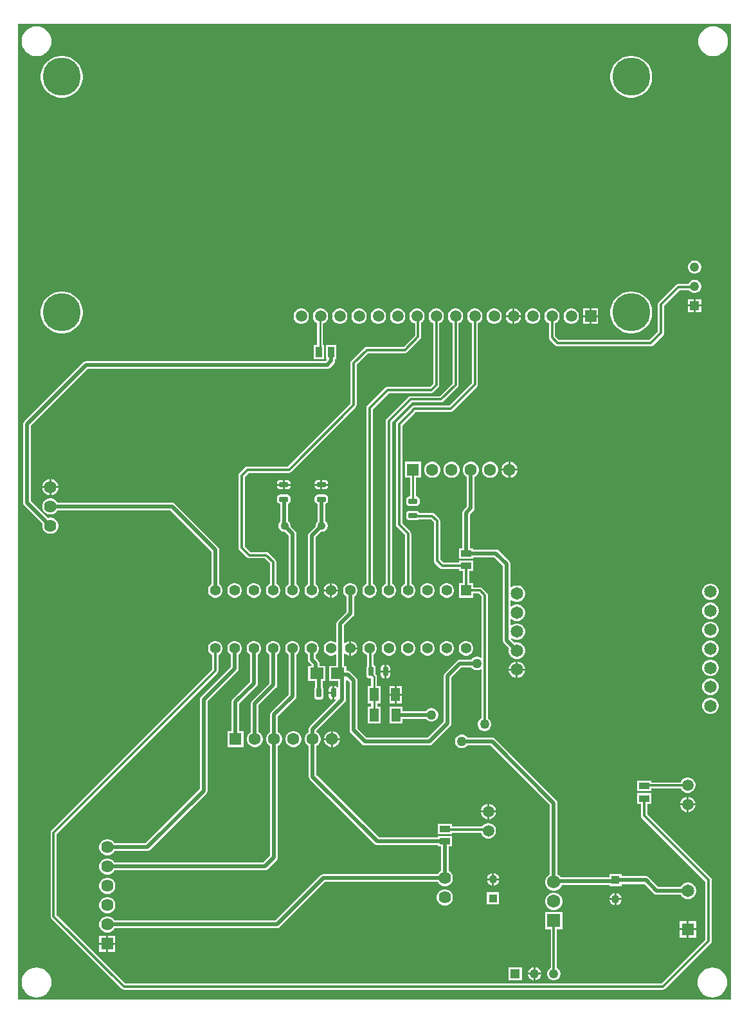
<source format=gbr>
%TF.GenerationSoftware,Altium Limited,Altium Designer,25.6.2 (33)*%
G04 Layer_Physical_Order=1*
G04 Layer_Color=255*
%FSLAX45Y45*%
%MOMM*%
%TF.SameCoordinates,D625FAC1-649B-4139-A42B-0E7AE4161345*%
%TF.FilePolarity,Positive*%
%TF.FileFunction,Copper,L1,Top,Signal*%
%TF.Part,Single*%
G01*
G75*
%TA.AperFunction,SMDPad,CuDef*%
%ADD10R,1.15606X1.75822*%
G04:AMPARAMS|DCode=11|XSize=0.7mm|YSize=1.25mm|CornerRadius=0.175mm|HoleSize=0mm|Usage=FLASHONLY|Rotation=180.000|XOffset=0mm|YOffset=0mm|HoleType=Round|Shape=RoundedRectangle|*
%AMROUNDEDRECTD11*
21,1,0.70000,0.90000,0,0,180.0*
21,1,0.35000,1.25000,0,0,180.0*
1,1,0.35000,-0.17500,0.45000*
1,1,0.35000,0.17500,0.45000*
1,1,0.35000,0.17500,-0.45000*
1,1,0.35000,-0.17500,-0.45000*
%
%ADD11ROUNDEDRECTD11*%
G04:AMPARAMS|DCode=12|XSize=0.7mm|YSize=1.25mm|CornerRadius=0.175mm|HoleSize=0mm|Usage=FLASHONLY|Rotation=270.000|XOffset=0mm|YOffset=0mm|HoleType=Round|Shape=RoundedRectangle|*
%AMROUNDEDRECTD12*
21,1,0.70000,0.90000,0,0,270.0*
21,1,0.35000,1.25000,0,0,270.0*
1,1,0.35000,-0.45000,-0.17500*
1,1,0.35000,-0.45000,0.17500*
1,1,0.35000,0.45000,0.17500*
1,1,0.35000,0.45000,-0.17500*
%
%ADD12ROUNDEDRECTD12*%
%ADD13R,0.85000X1.35000*%
%ADD14R,1.35000X0.85000*%
%ADD15R,1.75000X1.50000*%
%TA.AperFunction,Conductor*%
%ADD16C,0.30000*%
%ADD17C,0.25400*%
%ADD18C,0.50000*%
%TA.AperFunction,ComponentPad*%
%ADD19C,1.60000*%
%ADD20C,1.65000*%
%ADD21C,1.50800*%
%ADD22R,1.50800X1.50800*%
%ADD23C,1.62000*%
%ADD24C,1.50000*%
%ADD25C,1.40000*%
%ADD26C,1.10000*%
%ADD27R,1.65000X1.65000*%
%ADD28C,1.21800*%
%ADD29R,1.21800X1.21800*%
%ADD30R,1.62000X1.62000*%
%ADD31C,5.00000*%
%ADD32R,1.40000X1.40000*%
%ADD33C,1.08000*%
%ADD34R,1.60000X1.60000*%
%ADD35C,1.75000*%
%ADD36R,1.75000X1.75000*%
%ADD37R,1.10000X1.10000*%
%ADD38R,1.21800X1.21800*%
%TA.AperFunction,ViaPad*%
%ADD39C,1.27000*%
G36*
X9446154Y53496D02*
X53446D01*
Y12887904D01*
X9446154D01*
Y53496D01*
D02*
G37*
%LPC*%
G36*
X9210000Y12856345D02*
X9171695Y12852573D01*
X9134862Y12841400D01*
X9100916Y12823254D01*
X9071163Y12798837D01*
X9046745Y12769084D01*
X9028600Y12735138D01*
X9017427Y12698305D01*
X9013655Y12660000D01*
X9017427Y12621695D01*
X9028600Y12584862D01*
X9046745Y12550916D01*
X9071163Y12521163D01*
X9100916Y12496745D01*
X9134862Y12478601D01*
X9171695Y12467427D01*
X9210000Y12463655D01*
X9248305Y12467427D01*
X9285138Y12478601D01*
X9319083Y12496745D01*
X9348837Y12521163D01*
X9373255Y12550916D01*
X9391399Y12584862D01*
X9402573Y12621695D01*
X9406345Y12660000D01*
X9402573Y12698305D01*
X9391399Y12735138D01*
X9373255Y12769084D01*
X9348837Y12798837D01*
X9319083Y12823254D01*
X9285138Y12841400D01*
X9248305Y12852573D01*
X9210000Y12856345D01*
D02*
G37*
G36*
X300000D02*
X261695Y12852573D01*
X224862Y12841400D01*
X190916Y12823254D01*
X161163Y12798837D01*
X136745Y12769084D01*
X118600Y12735138D01*
X107427Y12698305D01*
X103655Y12660000D01*
X107427Y12621695D01*
X118600Y12584862D01*
X136745Y12550916D01*
X161163Y12521163D01*
X190916Y12496745D01*
X224862Y12478601D01*
X261695Y12467427D01*
X300000Y12463655D01*
X338305Y12467427D01*
X375138Y12478601D01*
X409084Y12496745D01*
X438837Y12521163D01*
X463255Y12550916D01*
X481399Y12584862D01*
X492573Y12621695D01*
X496345Y12660000D01*
X492573Y12698305D01*
X481399Y12735138D01*
X463255Y12769084D01*
X438837Y12798837D01*
X409084Y12823254D01*
X375138Y12841400D01*
X338305Y12852573D01*
X300000Y12856345D01*
D02*
G37*
G36*
X8153175Y12468000D02*
X8109826D01*
X8067011Y12461219D01*
X8025783Y12447823D01*
X7987159Y12428143D01*
X7952089Y12402663D01*
X7921437Y12372011D01*
X7895957Y12336941D01*
X7876277Y12298317D01*
X7862881Y12257090D01*
X7856100Y12214275D01*
Y12170925D01*
X7862881Y12128110D01*
X7876277Y12086883D01*
X7895957Y12048259D01*
X7921437Y12013189D01*
X7952089Y11982537D01*
X7987159Y11957057D01*
X8025783Y11937377D01*
X8067011Y11923981D01*
X8109826Y11917200D01*
X8153175D01*
X8195990Y11923981D01*
X8237217Y11937377D01*
X8275841Y11957057D01*
X8310911Y11982537D01*
X8341563Y12013189D01*
X8367043Y12048259D01*
X8386723Y12086883D01*
X8400119Y12128110D01*
X8406900Y12170925D01*
Y12214275D01*
X8400119Y12257090D01*
X8386723Y12298317D01*
X8367043Y12336941D01*
X8341563Y12372011D01*
X8310911Y12402663D01*
X8275841Y12428143D01*
X8237217Y12447823D01*
X8195990Y12461219D01*
X8153175Y12468000D01*
D02*
G37*
G36*
X653174D02*
X609825D01*
X567010Y12461219D01*
X525783Y12447823D01*
X487159Y12428143D01*
X452089Y12402663D01*
X421437Y12372011D01*
X395957Y12336941D01*
X376277Y12298317D01*
X362881Y12257090D01*
X356100Y12214275D01*
Y12170925D01*
X362881Y12128110D01*
X376277Y12086883D01*
X395957Y12048259D01*
X421437Y12013189D01*
X452089Y11982537D01*
X487159Y11957057D01*
X525783Y11937377D01*
X567010Y11923981D01*
X609825Y11917200D01*
X653174D01*
X695989Y11923981D01*
X737217Y11937377D01*
X775841Y11957057D01*
X810911Y11982537D01*
X841563Y12013189D01*
X867043Y12048259D01*
X886723Y12086883D01*
X900119Y12128110D01*
X906900Y12170925D01*
Y12214275D01*
X900119Y12257090D01*
X886723Y12298317D01*
X867043Y12336941D01*
X841563Y12372011D01*
X810911Y12402663D01*
X775841Y12428143D01*
X737217Y12447823D01*
X695989Y12461219D01*
X653174Y12468000D01*
D02*
G37*
G36*
X8977562Y9776400D02*
X8954838D01*
X8932889Y9770519D01*
X8913211Y9759157D01*
X8897143Y9743089D01*
X8885781Y9723411D01*
X8879900Y9701462D01*
Y9678738D01*
X8885781Y9656789D01*
X8897143Y9637111D01*
X8913211Y9621043D01*
X8932889Y9609681D01*
X8954838Y9603800D01*
X8977562D01*
X8999511Y9609681D01*
X9019189Y9621043D01*
X9035257Y9637111D01*
X9046619Y9656789D01*
X9052500Y9678738D01*
Y9701462D01*
X9046619Y9723411D01*
X9035257Y9743089D01*
X9019189Y9759157D01*
X8999511Y9770519D01*
X8977562Y9776400D01*
D02*
G37*
G36*
Y9522400D02*
X8954838D01*
X8932889Y9516519D01*
X8913211Y9505157D01*
X8897143Y9489089D01*
X8885781Y9469411D01*
X8884918Y9466191D01*
X8750000D01*
X8734237Y9463056D01*
X8720873Y9454127D01*
X8495873Y9229127D01*
X8486944Y9215763D01*
X8483809Y9200000D01*
Y8842062D01*
X8370438Y8728691D01*
X7179562D01*
X7128691Y8779562D01*
Y8949988D01*
X7149392Y8961940D01*
X7168160Y8980707D01*
X7181430Y9003693D01*
X7188300Y9029329D01*
Y9055870D01*
X7181430Y9081507D01*
X7168160Y9104492D01*
X7149392Y9123260D01*
X7126407Y9136530D01*
X7100770Y9143400D01*
X7074229D01*
X7048593Y9136530D01*
X7025607Y9123260D01*
X7006840Y9104492D01*
X6993569Y9081507D01*
X6986700Y9055870D01*
Y9029329D01*
X6993569Y9003693D01*
X7006840Y8980707D01*
X7025607Y8961940D01*
X7046308Y8949988D01*
Y8762500D01*
X7049444Y8746737D01*
X7058373Y8733374D01*
X7133374Y8658373D01*
X7146737Y8649444D01*
X7162500Y8646309D01*
X8387500D01*
X8403263Y8649444D01*
X8416627Y8658373D01*
X8554127Y8795873D01*
X8563056Y8809237D01*
X8566191Y8825000D01*
Y9182938D01*
X8767062Y9383809D01*
X8896740D01*
X8897143Y9383111D01*
X8913211Y9367043D01*
X8932889Y9355681D01*
X8954838Y9349800D01*
X8977562D01*
X8999511Y9355681D01*
X9019189Y9367043D01*
X9035257Y9383111D01*
X9046619Y9402789D01*
X9052500Y9424738D01*
Y9447462D01*
X9046619Y9469411D01*
X9035257Y9489089D01*
X9019189Y9505157D01*
X8999511Y9516519D01*
X8977562Y9522400D01*
D02*
G37*
G36*
X9052500Y9268400D02*
X8978900D01*
Y9194800D01*
X9052500D01*
Y9268400D01*
D02*
G37*
G36*
X8953500D02*
X8879900D01*
Y9194800D01*
X8953500D01*
Y9268400D01*
D02*
G37*
G36*
X9052500Y9169400D02*
X8978900D01*
Y9095800D01*
X9052500D01*
Y9169400D01*
D02*
G37*
G36*
X8953500D02*
X8879900D01*
Y9095800D01*
X8953500D01*
Y9169400D01*
D02*
G37*
G36*
X7696300Y9143400D02*
X7608200D01*
Y9055300D01*
X7696300D01*
Y9143400D01*
D02*
G37*
G36*
X6592770D02*
X6592200D01*
Y9055300D01*
X6680300D01*
Y9055870D01*
X6673430Y9081507D01*
X6660160Y9104492D01*
X6641392Y9123260D01*
X6618407Y9136530D01*
X6592770Y9143400D01*
D02*
G37*
G36*
X7582800D02*
X7494700D01*
Y9055300D01*
X7582800D01*
Y9143400D01*
D02*
G37*
G36*
X6566800D02*
X6566229D01*
X6540593Y9136530D01*
X6517607Y9123260D01*
X6498840Y9104492D01*
X6485569Y9081507D01*
X6478700Y9055870D01*
Y9055300D01*
X6566800D01*
Y9143400D01*
D02*
G37*
G36*
X7696300Y9029900D02*
X7608200D01*
Y8941800D01*
X7696300D01*
Y9029900D01*
D02*
G37*
G36*
X7582800D02*
X7494700D01*
Y8941800D01*
X7582800D01*
Y9029900D01*
D02*
G37*
G36*
X7354770Y9143400D02*
X7328229D01*
X7302593Y9136530D01*
X7279607Y9123260D01*
X7260840Y9104492D01*
X7247569Y9081507D01*
X7240700Y9055870D01*
Y9029329D01*
X7247569Y9003693D01*
X7260840Y8980707D01*
X7279607Y8961940D01*
X7302593Y8948669D01*
X7328229Y8941800D01*
X7354770D01*
X7380407Y8948669D01*
X7403392Y8961940D01*
X7422160Y8980707D01*
X7435430Y9003693D01*
X7442300Y9029329D01*
Y9055870D01*
X7435430Y9081507D01*
X7422160Y9104492D01*
X7403392Y9123260D01*
X7380407Y9136530D01*
X7354770Y9143400D01*
D02*
G37*
G36*
X6846770D02*
X6820229D01*
X6794593Y9136530D01*
X6771607Y9123260D01*
X6752840Y9104492D01*
X6739569Y9081507D01*
X6732700Y9055870D01*
Y9029329D01*
X6739569Y9003693D01*
X6752840Y8980707D01*
X6771607Y8961940D01*
X6794593Y8948669D01*
X6820229Y8941800D01*
X6846770D01*
X6872407Y8948669D01*
X6895392Y8961940D01*
X6914160Y8980707D01*
X6927430Y9003693D01*
X6934300Y9029329D01*
Y9055870D01*
X6927430Y9081507D01*
X6914160Y9104492D01*
X6895392Y9123260D01*
X6872407Y9136530D01*
X6846770Y9143400D01*
D02*
G37*
G36*
X6680300Y9029900D02*
X6592200D01*
Y8941800D01*
X6592770D01*
X6618407Y8948669D01*
X6641392Y8961940D01*
X6660160Y8980707D01*
X6673430Y9003693D01*
X6680300Y9029329D01*
Y9029900D01*
D02*
G37*
G36*
X6566800D02*
X6478700D01*
Y9029329D01*
X6485569Y9003693D01*
X6498840Y8980707D01*
X6517607Y8961940D01*
X6540593Y8948669D01*
X6566229Y8941800D01*
X6566800D01*
Y9029900D01*
D02*
G37*
G36*
X6338770Y9143400D02*
X6312229D01*
X6286593Y9136530D01*
X6263607Y9123260D01*
X6244840Y9104492D01*
X6231569Y9081507D01*
X6224700Y9055870D01*
Y9029329D01*
X6231569Y9003693D01*
X6244840Y8980707D01*
X6263607Y8961940D01*
X6286593Y8948669D01*
X6312229Y8941800D01*
X6338770D01*
X6364407Y8948669D01*
X6387392Y8961940D01*
X6406160Y8980707D01*
X6419430Y9003693D01*
X6426300Y9029329D01*
Y9055870D01*
X6419430Y9081507D01*
X6406160Y9104492D01*
X6387392Y9123260D01*
X6364407Y9136530D01*
X6338770Y9143400D01*
D02*
G37*
G36*
X5068770D02*
X5042229D01*
X5016593Y9136530D01*
X4993607Y9123260D01*
X4974840Y9104492D01*
X4961569Y9081507D01*
X4954700Y9055870D01*
Y9029329D01*
X4961569Y9003693D01*
X4974840Y8980707D01*
X4993607Y8961940D01*
X5016593Y8948669D01*
X5042229Y8941800D01*
X5068770D01*
X5094407Y8948669D01*
X5117392Y8961940D01*
X5136160Y8980707D01*
X5149430Y9003693D01*
X5156300Y9029329D01*
Y9055870D01*
X5149430Y9081507D01*
X5136160Y9104492D01*
X5117392Y9123260D01*
X5094407Y9136530D01*
X5068770Y9143400D01*
D02*
G37*
G36*
X4814770D02*
X4788229D01*
X4762593Y9136530D01*
X4739607Y9123260D01*
X4720840Y9104492D01*
X4707569Y9081507D01*
X4700700Y9055870D01*
Y9029329D01*
X4707569Y9003693D01*
X4720840Y8980707D01*
X4739607Y8961940D01*
X4762593Y8948669D01*
X4788229Y8941800D01*
X4814770D01*
X4840407Y8948669D01*
X4863392Y8961940D01*
X4882160Y8980707D01*
X4895430Y9003693D01*
X4902300Y9029329D01*
Y9055870D01*
X4895430Y9081507D01*
X4882160Y9104492D01*
X4863392Y9123260D01*
X4840407Y9136530D01*
X4814770Y9143400D01*
D02*
G37*
G36*
X4560770D02*
X4534229D01*
X4508593Y9136530D01*
X4485607Y9123260D01*
X4466840Y9104492D01*
X4453569Y9081507D01*
X4446700Y9055870D01*
Y9029329D01*
X4453569Y9003693D01*
X4466840Y8980707D01*
X4485607Y8961940D01*
X4508593Y8948669D01*
X4534229Y8941800D01*
X4560770D01*
X4586407Y8948669D01*
X4609392Y8961940D01*
X4628160Y8980707D01*
X4641430Y9003693D01*
X4648300Y9029329D01*
Y9055870D01*
X4641430Y9081507D01*
X4628160Y9104492D01*
X4609392Y9123260D01*
X4586407Y9136530D01*
X4560770Y9143400D01*
D02*
G37*
G36*
X4306770D02*
X4280229D01*
X4254593Y9136530D01*
X4231607Y9123260D01*
X4212840Y9104492D01*
X4199569Y9081507D01*
X4192700Y9055870D01*
Y9029329D01*
X4199569Y9003693D01*
X4212840Y8980707D01*
X4231607Y8961940D01*
X4254593Y8948669D01*
X4280229Y8941800D01*
X4306770D01*
X4332407Y8948669D01*
X4355392Y8961940D01*
X4374160Y8980707D01*
X4387430Y9003693D01*
X4394300Y9029329D01*
Y9055870D01*
X4387430Y9081507D01*
X4374160Y9104492D01*
X4355392Y9123260D01*
X4332407Y9136530D01*
X4306770Y9143400D01*
D02*
G37*
G36*
X3798770D02*
X3772229D01*
X3746593Y9136530D01*
X3723607Y9123260D01*
X3704840Y9104492D01*
X3691569Y9081507D01*
X3684700Y9055870D01*
Y9029329D01*
X3691569Y9003693D01*
X3704840Y8980707D01*
X3723607Y8961940D01*
X3746593Y8948669D01*
X3772229Y8941800D01*
X3798770D01*
X3824407Y8948669D01*
X3847392Y8961940D01*
X3866160Y8980707D01*
X3879430Y9003693D01*
X3886300Y9029329D01*
Y9055870D01*
X3879430Y9081507D01*
X3866160Y9104492D01*
X3847392Y9123260D01*
X3824407Y9136530D01*
X3798770Y9143400D01*
D02*
G37*
G36*
X8153175Y9368000D02*
X8109826D01*
X8067011Y9361219D01*
X8025783Y9347823D01*
X7987159Y9328143D01*
X7952089Y9302663D01*
X7921437Y9272011D01*
X7895957Y9236941D01*
X7876277Y9198317D01*
X7862881Y9157090D01*
X7856100Y9114275D01*
Y9070925D01*
X7862881Y9028110D01*
X7876277Y8986883D01*
X7895957Y8948259D01*
X7921437Y8913189D01*
X7952089Y8882537D01*
X7987159Y8857057D01*
X8025783Y8837377D01*
X8067011Y8823981D01*
X8109826Y8817200D01*
X8153175D01*
X8195990Y8823981D01*
X8237217Y8837377D01*
X8275841Y8857057D01*
X8310911Y8882537D01*
X8341563Y8913189D01*
X8367043Y8948259D01*
X8386723Y8986883D01*
X8400119Y9028110D01*
X8406900Y9070925D01*
Y9114275D01*
X8400119Y9157090D01*
X8386723Y9198317D01*
X8367043Y9236941D01*
X8341563Y9272011D01*
X8310911Y9302663D01*
X8275841Y9328143D01*
X8237217Y9347823D01*
X8195990Y9361219D01*
X8153175Y9368000D01*
D02*
G37*
G36*
X653174D02*
X609825D01*
X567010Y9361219D01*
X525783Y9347823D01*
X487159Y9328143D01*
X452089Y9302663D01*
X421437Y9272011D01*
X395957Y9236941D01*
X376277Y9198317D01*
X362881Y9157090D01*
X356100Y9114275D01*
Y9070925D01*
X362881Y9028110D01*
X376277Y8986883D01*
X395957Y8948259D01*
X421437Y8913189D01*
X452089Y8882537D01*
X487159Y8857057D01*
X525783Y8837377D01*
X567010Y8823981D01*
X609825Y8817200D01*
X653174D01*
X695989Y8823981D01*
X737217Y8837377D01*
X775841Y8857057D01*
X810911Y8882537D01*
X841563Y8913189D01*
X867043Y8948259D01*
X886723Y8986883D01*
X900119Y9028110D01*
X906900Y9070925D01*
Y9114275D01*
X900119Y9157090D01*
X886723Y9198317D01*
X867043Y9236941D01*
X841563Y9272011D01*
X810911Y9302663D01*
X775841Y9328143D01*
X737217Y9347823D01*
X695989Y9361219D01*
X653174Y9368000D01*
D02*
G37*
G36*
X4052770Y9143400D02*
X4026229D01*
X4000593Y9136530D01*
X3977607Y9123260D01*
X3958840Y9104492D01*
X3945569Y9081507D01*
X3938700Y9055870D01*
Y9029329D01*
X3945569Y9003693D01*
X3958840Y8980707D01*
X3977607Y8961940D01*
X3993454Y8952791D01*
Y8667900D01*
X3949600D01*
Y8482100D01*
X4085400D01*
Y8667900D01*
X4071147D01*
Y8692327D01*
Y8946724D01*
X4078407Y8948669D01*
X4101392Y8961940D01*
X4120160Y8980707D01*
X4133430Y9003693D01*
X4140300Y9029329D01*
Y9055870D01*
X4133430Y9081507D01*
X4120160Y9104492D01*
X4101392Y9123260D01*
X4078407Y9136530D01*
X4052770Y9143400D01*
D02*
G37*
G36*
X6541676Y7128500D02*
X6540500D01*
Y7035800D01*
X6633200D01*
Y7036976D01*
X6626017Y7063783D01*
X6612141Y7087817D01*
X6592517Y7107441D01*
X6568483Y7121317D01*
X6541676Y7128500D01*
D02*
G37*
G36*
X6515100D02*
X6513924D01*
X6487117Y7121317D01*
X6463083Y7107441D01*
X6443459Y7087817D01*
X6429583Y7063783D01*
X6422400Y7036976D01*
Y7035800D01*
X6515100D01*
Y7128500D01*
D02*
G37*
G36*
X5525679Y7128500D02*
X5497927D01*
X5471120Y7121317D01*
X5447086Y7107441D01*
X5427462Y7087818D01*
X5413586Y7063783D01*
X5406403Y7036977D01*
Y7009224D01*
X5413586Y6982418D01*
X5427462Y6958383D01*
X5447086Y6938760D01*
X5471120Y6924884D01*
X5497927Y6917701D01*
X5525679D01*
X5552486Y6924884D01*
X5576520Y6938760D01*
X5596144Y6958383D01*
X5610020Y6982418D01*
X5617203Y7009224D01*
Y7036977D01*
X5610020Y7063783D01*
X5596144Y7087818D01*
X5576520Y7107441D01*
X5552486Y7121317D01*
X5525679Y7128500D01*
D02*
G37*
G36*
X6633200Y7010400D02*
X6540500D01*
Y6917700D01*
X6541676D01*
X6568483Y6924883D01*
X6592517Y6938759D01*
X6612141Y6958383D01*
X6626017Y6982417D01*
X6633200Y7009224D01*
Y7010400D01*
D02*
G37*
G36*
X6515100D02*
X6422400D01*
Y7009224D01*
X6429583Y6982417D01*
X6443459Y6958383D01*
X6463083Y6938759D01*
X6487117Y6924883D01*
X6513924Y6917700D01*
X6515100D01*
Y7010400D01*
D02*
G37*
G36*
X6287676Y7128500D02*
X6259924D01*
X6233117Y7121317D01*
X6209083Y7107441D01*
X6189459Y7087817D01*
X6175583Y7063783D01*
X6168400Y7036976D01*
Y7009224D01*
X6175583Y6982417D01*
X6189459Y6958383D01*
X6209083Y6938759D01*
X6233117Y6924883D01*
X6259924Y6917700D01*
X6287676D01*
X6314483Y6924883D01*
X6338517Y6938759D01*
X6358141Y6958383D01*
X6372017Y6982417D01*
X6379200Y7009224D01*
Y7036976D01*
X6372017Y7063783D01*
X6358141Y7087817D01*
X6338517Y7107441D01*
X6314483Y7121317D01*
X6287676Y7128500D01*
D02*
G37*
G36*
X5779676D02*
X5751924D01*
X5725117Y7121317D01*
X5701083Y7107441D01*
X5681459Y7087817D01*
X5667583Y7063783D01*
X5660400Y7036976D01*
Y7009224D01*
X5667583Y6982417D01*
X5681459Y6958383D01*
X5701083Y6938759D01*
X5725117Y6924883D01*
X5751924Y6917700D01*
X5779676D01*
X5806483Y6924883D01*
X5830517Y6938759D01*
X5850141Y6958383D01*
X5864017Y6982417D01*
X5871200Y7009224D01*
Y7036976D01*
X5864017Y7063783D01*
X5850141Y7087817D01*
X5830517Y7107441D01*
X5806483Y7121317D01*
X5779676Y7128500D01*
D02*
G37*
G36*
X4096300Y6887240D02*
X4064000D01*
Y6838700D01*
X4140040D01*
Y6843500D01*
X4136711Y6860239D01*
X4127229Y6874429D01*
X4113039Y6883911D01*
X4096300Y6887240D01*
D02*
G37*
G36*
X3601000D02*
X3568700D01*
Y6838700D01*
X3644740D01*
Y6843500D01*
X3641411Y6860239D01*
X3631929Y6874429D01*
X3617739Y6883911D01*
X3601000Y6887240D01*
D02*
G37*
G36*
X4038600D02*
X4006300D01*
X3989561Y6883911D01*
X3975371Y6874429D01*
X3965889Y6860239D01*
X3962560Y6843500D01*
Y6838700D01*
X4038600D01*
Y6887240D01*
D02*
G37*
G36*
X3543300D02*
X3511000D01*
X3494261Y6883911D01*
X3480071Y6874429D01*
X3470589Y6860239D01*
X3467260Y6843500D01*
Y6838700D01*
X3543300D01*
Y6887240D01*
D02*
G37*
G36*
X496608Y6900900D02*
X495300D01*
Y6807200D01*
X589000D01*
Y6808508D01*
X581749Y6835569D01*
X567741Y6859831D01*
X547931Y6879641D01*
X523669Y6893649D01*
X496608Y6900900D01*
D02*
G37*
G36*
X469900D02*
X468592D01*
X441531Y6893649D01*
X417269Y6879641D01*
X397459Y6859831D01*
X383451Y6835569D01*
X376200Y6808508D01*
Y6807200D01*
X469900D01*
Y6900900D01*
D02*
G37*
G36*
X4140040Y6813300D02*
X4064000D01*
Y6764760D01*
X4096300D01*
X4113039Y6768089D01*
X4127229Y6777571D01*
X4136711Y6791761D01*
X4140040Y6808500D01*
Y6813300D01*
D02*
G37*
G36*
X4038600D02*
X3962560D01*
Y6808500D01*
X3965889Y6791761D01*
X3975371Y6777571D01*
X3989561Y6768089D01*
X4006300Y6764760D01*
X4038600D01*
Y6813300D01*
D02*
G37*
G36*
X3644740D02*
X3568700D01*
Y6764760D01*
X3601000D01*
X3617739Y6768089D01*
X3631929Y6777571D01*
X3641411Y6791761D01*
X3644740Y6808500D01*
Y6813300D01*
D02*
G37*
G36*
X3543300D02*
X3467260D01*
Y6808500D01*
X3470589Y6791761D01*
X3480071Y6777571D01*
X3494261Y6768089D01*
X3511000Y6764760D01*
X3543300D01*
Y6813300D01*
D02*
G37*
G36*
X589000Y6781800D02*
X495300D01*
Y6688100D01*
X496608D01*
X523669Y6695351D01*
X547931Y6709359D01*
X567741Y6729169D01*
X581749Y6753431D01*
X589000Y6780492D01*
Y6781800D01*
D02*
G37*
G36*
X469900D02*
X376200D01*
Y6780492D01*
X383451Y6753431D01*
X397459Y6729169D01*
X417269Y6709359D01*
X441531Y6695351D01*
X468592Y6688100D01*
X469900D01*
Y6781800D01*
D02*
G37*
G36*
X5363203Y7128500D02*
X5152403D01*
Y6917701D01*
X5218953D01*
Y6671340D01*
X5212800D01*
X5196061Y6668011D01*
X5181871Y6658529D01*
X5172389Y6644339D01*
X5169060Y6627600D01*
Y6592600D01*
X5172389Y6575861D01*
X5181871Y6561671D01*
X5196061Y6552189D01*
X5212800Y6548860D01*
X5302800D01*
X5319539Y6552189D01*
X5333729Y6561671D01*
X5343211Y6575861D01*
X5346540Y6592600D01*
Y6627600D01*
X5343211Y6644339D01*
X5333729Y6658529D01*
X5319539Y6668011D01*
X5302800Y6671340D01*
X5296647D01*
Y6917701D01*
X5363203D01*
Y7128500D01*
D02*
G37*
G36*
X4250400Y8667900D02*
X4114600D01*
Y8482100D01*
X4116467D01*
X4121728Y8469400D01*
X4103715Y8451387D01*
X950000D01*
X930335Y8447476D01*
X913664Y8436336D01*
X138664Y7661336D01*
X127524Y7644665D01*
X123613Y7625000D01*
Y6594100D01*
X127524Y6574435D01*
X138664Y6557764D01*
X380375Y6316052D01*
X376208Y6300500D01*
Y6272484D01*
X383459Y6245423D01*
X397467Y6221161D01*
X417277Y6201351D01*
X441539Y6187343D01*
X468600Y6180092D01*
X496616D01*
X523677Y6187343D01*
X547939Y6201351D01*
X567749Y6221161D01*
X581757Y6245423D01*
X589008Y6272484D01*
Y6300500D01*
X581757Y6327561D01*
X567749Y6351823D01*
X547939Y6371633D01*
X523677Y6385641D01*
X496616Y6392892D01*
X468600D01*
X453048Y6388725D01*
X426226Y6415547D01*
D01*
X226387Y6615385D01*
Y7603715D01*
X971285Y8348613D01*
X4125000D01*
X4144665Y8352524D01*
X4161336Y8363664D01*
X4218836Y8421164D01*
X4229976Y8437835D01*
X4233887Y8457500D01*
Y8482100D01*
X4250400D01*
Y8667900D01*
D02*
G37*
G36*
X4191000Y5530962D02*
Y5448300D01*
X4273662D01*
X4267198Y5472423D01*
X4254639Y5494177D01*
X4236877Y5511939D01*
X4215123Y5524498D01*
X4191000Y5530962D01*
D02*
G37*
G36*
X4165600D02*
X4141477Y5524498D01*
X4119723Y5511939D01*
X4101961Y5494177D01*
X4089402Y5472423D01*
X4082938Y5448300D01*
X4165600D01*
Y5530962D01*
D02*
G37*
G36*
X4273662Y5422900D02*
X4191000D01*
Y5340238D01*
X4215123Y5346702D01*
X4236877Y5359261D01*
X4254639Y5377023D01*
X4267198Y5398777D01*
X4273662Y5422900D01*
D02*
G37*
G36*
X4165600D02*
X4082938D01*
X4089402Y5398777D01*
X4101961Y5377023D01*
X4119723Y5359261D01*
X4141477Y5346702D01*
X4165600Y5340238D01*
Y5422900D01*
D02*
G37*
G36*
X5714860Y5531000D02*
X5689740D01*
X5665477Y5524498D01*
X5643723Y5511939D01*
X5625961Y5494177D01*
X5613402Y5472423D01*
X5606900Y5448160D01*
Y5423040D01*
X5613402Y5398777D01*
X5625961Y5377023D01*
X5643723Y5359261D01*
X5665477Y5346702D01*
X5689740Y5340200D01*
X5714860D01*
X5739123Y5346702D01*
X5760877Y5359261D01*
X5778639Y5377023D01*
X5791198Y5398777D01*
X5797700Y5423040D01*
Y5448160D01*
X5791198Y5472423D01*
X5778639Y5494177D01*
X5760877Y5511939D01*
X5739123Y5524498D01*
X5714860Y5531000D01*
D02*
G37*
G36*
X5460860D02*
X5435740D01*
X5411477Y5524498D01*
X5389723Y5511939D01*
X5371961Y5494177D01*
X5359402Y5472423D01*
X5352900Y5448160D01*
Y5423040D01*
X5359402Y5398777D01*
X5371961Y5377023D01*
X5389723Y5359261D01*
X5411477Y5346702D01*
X5435740Y5340200D01*
X5460860D01*
X5485123Y5346702D01*
X5506877Y5359261D01*
X5524639Y5377023D01*
X5537198Y5398777D01*
X5543700Y5423040D01*
Y5448160D01*
X5537198Y5472423D01*
X5524639Y5494177D01*
X5506877Y5511939D01*
X5485123Y5524498D01*
X5460860Y5531000D01*
D02*
G37*
G36*
X6084770Y9143400D02*
X6058229D01*
X6032593Y9136530D01*
X6009607Y9123260D01*
X5990840Y9104492D01*
X5977569Y9081507D01*
X5970700Y9055870D01*
Y9029329D01*
X5977569Y9003693D01*
X5990840Y8980707D01*
X6009607Y8961940D01*
X6030308Y8949988D01*
Y8163562D01*
X5732938Y7866192D01*
X5267574D01*
X5251810Y7863056D01*
X5238447Y7854127D01*
X5220873Y7836553D01*
X5211944Y7823190D01*
X5211201Y7819455D01*
X5045873Y7654127D01*
X5036944Y7640763D01*
X5033809Y7625000D01*
Y6300000D01*
X5036944Y6284237D01*
X5045873Y6270873D01*
X5153109Y6163638D01*
Y5521976D01*
X5135723Y5511939D01*
X5117961Y5494177D01*
X5105402Y5472423D01*
X5098900Y5448160D01*
Y5423040D01*
X5105402Y5398777D01*
X5117961Y5377023D01*
X5135723Y5359261D01*
X5157477Y5346702D01*
X5181740Y5340200D01*
X5206860D01*
X5231123Y5346702D01*
X5252877Y5359261D01*
X5270639Y5377023D01*
X5283198Y5398777D01*
X5289700Y5423040D01*
Y5448160D01*
X5283198Y5472423D01*
X5270639Y5494177D01*
X5252877Y5511939D01*
X5235491Y5521976D01*
Y6180700D01*
X5232356Y6196463D01*
X5223427Y6209827D01*
X5116191Y6317062D01*
Y7607938D01*
X5279127Y7770873D01*
X5287770Y7783809D01*
X5750000D01*
X5765763Y7786944D01*
X5779127Y7795873D01*
X6100627Y8117373D01*
X6109556Y8130737D01*
X6112691Y8146500D01*
Y8949988D01*
X6133392Y8961940D01*
X6152160Y8980707D01*
X6165430Y9003693D01*
X6172300Y9029329D01*
Y9055870D01*
X6165430Y9081507D01*
X6152160Y9104492D01*
X6133392Y9123260D01*
X6110407Y9136530D01*
X6084770Y9143400D01*
D02*
G37*
G36*
X5830770D02*
X5804229D01*
X5778593Y9136530D01*
X5755607Y9123260D01*
X5736840Y9104492D01*
X5723569Y9081507D01*
X5716700Y9055870D01*
Y9029329D01*
X5723569Y9003693D01*
X5736840Y8980707D01*
X5755607Y8961940D01*
X5776308Y8949988D01*
Y8159562D01*
X5607938Y7991192D01*
X5225000D01*
X5209237Y7988056D01*
X5195874Y7979127D01*
X4911173Y7694427D01*
X4902244Y7681063D01*
X4899109Y7665300D01*
Y5521976D01*
X4881723Y5511939D01*
X4863961Y5494177D01*
X4851402Y5472423D01*
X4844900Y5448160D01*
Y5423040D01*
X4851402Y5398777D01*
X4863961Y5377023D01*
X4881723Y5359261D01*
X4903477Y5346702D01*
X4927740Y5340200D01*
X4952860D01*
X4977123Y5346702D01*
X4998877Y5359261D01*
X5016639Y5377023D01*
X5029198Y5398777D01*
X5035700Y5423040D01*
Y5448160D01*
X5029198Y5472423D01*
X5016639Y5494177D01*
X4998877Y5511939D01*
X4981491Y5521976D01*
Y7648238D01*
X5242062Y7908809D01*
X5625000D01*
X5640763Y7911944D01*
X5654127Y7920873D01*
X5846627Y8113373D01*
X5855556Y8126737D01*
X5858691Y8142500D01*
Y8949988D01*
X5879392Y8961940D01*
X5898160Y8980707D01*
X5911430Y9003693D01*
X5918300Y9029329D01*
Y9055870D01*
X5911430Y9081507D01*
X5898160Y9104492D01*
X5879392Y9123260D01*
X5856407Y9136530D01*
X5830770Y9143400D01*
D02*
G37*
G36*
X5576770D02*
X5550229D01*
X5524593Y9136530D01*
X5501607Y9123260D01*
X5482840Y9104492D01*
X5469569Y9081507D01*
X5462700Y9055870D01*
Y9029329D01*
X5469569Y9003693D01*
X5482840Y8980707D01*
X5501607Y8961940D01*
X5522308Y8949988D01*
Y8155562D01*
X5482938Y8116192D01*
X4925000D01*
X4909237Y8113056D01*
X4895873Y8104127D01*
X4657173Y7865427D01*
X4648244Y7852063D01*
X4645109Y7836300D01*
Y5521976D01*
X4627723Y5511939D01*
X4609961Y5494177D01*
X4597402Y5472423D01*
X4590900Y5448160D01*
Y5423040D01*
X4597402Y5398777D01*
X4609961Y5377023D01*
X4627723Y5359261D01*
X4649477Y5346702D01*
X4673740Y5340200D01*
X4698860D01*
X4723123Y5346702D01*
X4744877Y5359261D01*
X4762639Y5377023D01*
X4775198Y5398777D01*
X4781700Y5423040D01*
Y5448160D01*
X4775198Y5472423D01*
X4762639Y5494177D01*
X4744877Y5511939D01*
X4727491Y5521976D01*
Y7819238D01*
X4942062Y8033809D01*
X5500000D01*
X5515763Y8036944D01*
X5529127Y8045873D01*
X5592627Y8109373D01*
X5601556Y8122737D01*
X5604691Y8138500D01*
Y8949988D01*
X5625392Y8961940D01*
X5644160Y8980707D01*
X5657430Y9003693D01*
X5664300Y9029329D01*
Y9055870D01*
X5657430Y9081507D01*
X5644160Y9104492D01*
X5625392Y9123260D01*
X5602407Y9136530D01*
X5576770Y9143400D01*
D02*
G37*
G36*
X4096300Y6697240D02*
X4006300D01*
X3989561Y6693911D01*
X3975371Y6684429D01*
X3965889Y6670239D01*
X3962560Y6653500D01*
Y6618500D01*
X3965889Y6601761D01*
X3975371Y6587571D01*
X3989561Y6578089D01*
X4001263Y6575762D01*
Y6346051D01*
X3990464Y6335253D01*
X3980011Y6317147D01*
X3974600Y6296953D01*
Y6279773D01*
X3887964Y6193136D01*
X3876824Y6176465D01*
X3872913Y6156800D01*
Y5516090D01*
X3865723Y5511939D01*
X3847961Y5494177D01*
X3835402Y5472423D01*
X3828900Y5448160D01*
Y5423040D01*
X3835402Y5398777D01*
X3847961Y5377023D01*
X3865723Y5359261D01*
X3887477Y5346702D01*
X3911740Y5340200D01*
X3936860D01*
X3961123Y5346702D01*
X3982877Y5359261D01*
X4000639Y5377023D01*
X4013198Y5398777D01*
X4019700Y5423040D01*
Y5448160D01*
X4013198Y5472423D01*
X4000639Y5494177D01*
X3982877Y5511939D01*
X3975687Y5516090D01*
Y6135515D01*
X4047273Y6207100D01*
X4064453D01*
X4084647Y6212511D01*
X4102753Y6222964D01*
X4117536Y6237747D01*
X4127989Y6255853D01*
X4133400Y6276047D01*
Y6296953D01*
X4127989Y6317147D01*
X4117536Y6335253D01*
X4104037Y6348751D01*
Y6576299D01*
X4113039Y6578089D01*
X4127229Y6587571D01*
X4136711Y6601761D01*
X4140040Y6618500D01*
Y6653500D01*
X4136711Y6670239D01*
X4127229Y6684429D01*
X4113039Y6693911D01*
X4096300Y6697240D01*
D02*
G37*
G36*
X3601000D02*
X3511000D01*
X3494261Y6693911D01*
X3480071Y6684429D01*
X3470589Y6670239D01*
X3467260Y6653500D01*
Y6618500D01*
X3470589Y6601761D01*
X3480071Y6587571D01*
X3494261Y6578089D01*
X3509613Y6575035D01*
Y6342401D01*
X3502464Y6335253D01*
X3492011Y6317147D01*
X3486600Y6296953D01*
Y6276047D01*
X3492011Y6255853D01*
X3502464Y6237747D01*
X3517247Y6222964D01*
X3535353Y6212511D01*
X3555547Y6207100D01*
X3572727D01*
X3618913Y6160915D01*
Y5516090D01*
X3611723Y5511939D01*
X3593961Y5494177D01*
X3581402Y5472423D01*
X3574900Y5448160D01*
Y5423040D01*
X3581402Y5398777D01*
X3593961Y5377023D01*
X3611723Y5359261D01*
X3633477Y5346702D01*
X3657740Y5340200D01*
X3682860D01*
X3707123Y5346702D01*
X3728877Y5359261D01*
X3746639Y5377023D01*
X3759198Y5398777D01*
X3765700Y5423040D01*
Y5448160D01*
X3759198Y5472423D01*
X3746639Y5494177D01*
X3728877Y5511939D01*
X3721687Y5516090D01*
Y6182200D01*
X3717776Y6201865D01*
X3706636Y6218536D01*
X3645400Y6279773D01*
Y6296953D01*
X3639989Y6317147D01*
X3629536Y6335253D01*
X3614752Y6350036D01*
X3612387Y6351401D01*
Y6577024D01*
X3617739Y6578089D01*
X3631929Y6587571D01*
X3641411Y6601761D01*
X3644740Y6618500D01*
Y6653500D01*
X3641411Y6670239D01*
X3631929Y6684429D01*
X3617739Y6693911D01*
X3601000Y6697240D01*
D02*
G37*
G36*
X5322770Y9143400D02*
X5296229D01*
X5270593Y9136530D01*
X5247607Y9123260D01*
X5228840Y9104492D01*
X5215569Y9081507D01*
X5208700Y9055870D01*
Y9029329D01*
X5215569Y9003693D01*
X5228840Y8980707D01*
X5247607Y8961940D01*
X5270593Y8948669D01*
X5283809Y8945128D01*
Y8792062D01*
X5132938Y8641192D01*
X4650000D01*
X4634237Y8638056D01*
X4620873Y8629127D01*
X4445873Y8454127D01*
X4436944Y8440763D01*
X4433809Y8425000D01*
Y7892062D01*
X3607938Y7066191D01*
X3075000D01*
X3059237Y7063056D01*
X3045873Y7054127D01*
X2970873Y6979127D01*
X2961944Y6965763D01*
X2958809Y6950000D01*
Y6000000D01*
X2961944Y5984237D01*
X2970873Y5970873D01*
X3070873Y5870873D01*
X3084237Y5861944D01*
X3100000Y5858808D01*
X3307938D01*
X3375109Y5791638D01*
Y5521976D01*
X3357723Y5511939D01*
X3339961Y5494177D01*
X3327402Y5472423D01*
X3320900Y5448160D01*
Y5423040D01*
X3327402Y5398777D01*
X3339961Y5377023D01*
X3357723Y5359261D01*
X3379477Y5346702D01*
X3403740Y5340200D01*
X3428860D01*
X3453123Y5346702D01*
X3474877Y5359261D01*
X3492639Y5377023D01*
X3505198Y5398777D01*
X3511700Y5423040D01*
Y5448160D01*
X3505198Y5472423D01*
X3492639Y5494177D01*
X3474877Y5511939D01*
X3457491Y5521976D01*
Y5808700D01*
X3454356Y5824463D01*
X3445427Y5837827D01*
X3354127Y5929127D01*
X3340763Y5938056D01*
X3325000Y5941191D01*
X3117062D01*
X3041192Y6017062D01*
Y6932938D01*
X3092062Y6983808D01*
X3625000D01*
X3640763Y6986944D01*
X3654127Y6995873D01*
X4504127Y7845873D01*
X4513056Y7859237D01*
X4516191Y7875000D01*
Y8407938D01*
X4667062Y8558809D01*
X5150000D01*
X5165763Y8561944D01*
X5179127Y8570873D01*
X5354127Y8745873D01*
X5363056Y8759237D01*
X5366191Y8775000D01*
Y8958937D01*
X5371392Y8961940D01*
X5390160Y8980707D01*
X5403430Y9003693D01*
X5410300Y9029329D01*
Y9055870D01*
X5403430Y9081507D01*
X5390160Y9104492D01*
X5371392Y9123260D01*
X5348407Y9136530D01*
X5322770Y9143400D01*
D02*
G37*
G36*
X3174860Y5531000D02*
X3149740D01*
X3125477Y5524498D01*
X3103723Y5511939D01*
X3085961Y5494177D01*
X3073402Y5472423D01*
X3066900Y5448160D01*
Y5423040D01*
X3073402Y5398777D01*
X3085961Y5377023D01*
X3103723Y5359261D01*
X3125477Y5346702D01*
X3149740Y5340200D01*
X3174860D01*
X3199123Y5346702D01*
X3220877Y5359261D01*
X3238639Y5377023D01*
X3251198Y5398777D01*
X3257700Y5423040D01*
Y5448160D01*
X3251198Y5472423D01*
X3238639Y5494177D01*
X3220877Y5511939D01*
X3199123Y5524498D01*
X3174860Y5531000D01*
D02*
G37*
G36*
X2920860D02*
X2895740D01*
X2871477Y5524498D01*
X2849723Y5511939D01*
X2831961Y5494177D01*
X2819402Y5472423D01*
X2812900Y5448160D01*
Y5423040D01*
X2819402Y5398777D01*
X2831961Y5377023D01*
X2849723Y5359261D01*
X2871477Y5346702D01*
X2895740Y5340200D01*
X2920860D01*
X2945123Y5346702D01*
X2966877Y5359261D01*
X2984639Y5377023D01*
X2997198Y5398777D01*
X3003700Y5423040D01*
Y5448160D01*
X2997198Y5472423D01*
X2984639Y5494177D01*
X2966877Y5511939D01*
X2945123Y5524498D01*
X2920860Y5531000D01*
D02*
G37*
G36*
X496608Y6646900D02*
X468592D01*
X441531Y6639649D01*
X417269Y6625641D01*
X397459Y6605831D01*
X383451Y6581569D01*
X376200Y6554508D01*
Y6526492D01*
X383451Y6499431D01*
X397459Y6475169D01*
X417269Y6455359D01*
X441531Y6441351D01*
X468592Y6434100D01*
X496608D01*
X523669Y6441351D01*
X547931Y6455359D01*
X567741Y6475169D01*
X575792Y6489113D01*
X2063215D01*
X2602913Y5949415D01*
Y5516090D01*
X2595723Y5511939D01*
X2577961Y5494177D01*
X2565402Y5472423D01*
X2558900Y5448160D01*
Y5423040D01*
X2565402Y5398777D01*
X2577961Y5377023D01*
X2595723Y5359261D01*
X2617477Y5346702D01*
X2641740Y5340200D01*
X2666860D01*
X2691123Y5346702D01*
X2712877Y5359261D01*
X2730639Y5377023D01*
X2743198Y5398777D01*
X2749700Y5423040D01*
Y5448160D01*
X2743198Y5472423D01*
X2730639Y5494177D01*
X2712877Y5511939D01*
X2705687Y5516090D01*
Y5970700D01*
X2701776Y5990365D01*
X2690636Y6007036D01*
X2120836Y6576836D01*
X2104165Y6587976D01*
X2084500Y6591887D01*
X575792D01*
X567741Y6605831D01*
X547931Y6625641D01*
X523669Y6639649D01*
X496608Y6646900D01*
D02*
G37*
G36*
X9188604Y5526699D02*
X9160194D01*
X9132751Y5519346D01*
X9108147Y5505141D01*
X9088057Y5485052D01*
X9073852Y5460447D01*
X9066499Y5433005D01*
Y5404594D01*
X9073852Y5377152D01*
X9088057Y5352547D01*
X9108147Y5332458D01*
X9132751Y5318253D01*
X9160194Y5310899D01*
X9188604D01*
X9216047Y5318253D01*
X9240651Y5332458D01*
X9260740Y5352547D01*
X9274946Y5377152D01*
X9282299Y5404594D01*
Y5433005D01*
X9274946Y5460447D01*
X9260740Y5485052D01*
X9240651Y5505141D01*
X9216047Y5519346D01*
X9188604Y5526699D01*
D02*
G37*
G36*
X6033676Y7128500D02*
X6005924D01*
X5979117Y7121317D01*
X5955083Y7107441D01*
X5935459Y7087817D01*
X5921583Y7063783D01*
X5914400Y7036976D01*
Y7009224D01*
X5921583Y6982417D01*
X5935459Y6958383D01*
X5955083Y6938759D01*
X5968413Y6931063D01*
Y6541085D01*
X5919964Y6492636D01*
X5908824Y6475965D01*
X5904913Y6456300D01*
Y5992400D01*
X5863400D01*
Y5856600D01*
X6049200D01*
Y5873113D01*
X6329215D01*
X6440114Y5762213D01*
Y4776711D01*
X6444026Y4757046D01*
X6455165Y4740375D01*
X6520944Y4674596D01*
X6516501Y4658016D01*
Y4629606D01*
X6523854Y4602163D01*
X6538060Y4577559D01*
X6558149Y4557469D01*
X6582753Y4543264D01*
X6610196Y4535911D01*
X6638606D01*
X6666049Y4543264D01*
X6690653Y4557469D01*
X6710743Y4577559D01*
X6724948Y4602163D01*
X6732301Y4629606D01*
Y4658016D01*
X6724948Y4685459D01*
X6710743Y4710063D01*
X6690653Y4730152D01*
X6666049Y4744358D01*
X6638606Y4751711D01*
X6610196D01*
X6603959Y4750040D01*
D01*
X6593616Y4747268D01*
X6546489Y4794396D01*
X6547301Y4800350D01*
X6551701Y4803234D01*
X6560875Y4805889D01*
X6582753Y4793257D01*
X6610196Y4785904D01*
X6638606D01*
X6666049Y4793257D01*
X6690653Y4807462D01*
X6710743Y4827552D01*
X6724948Y4852156D01*
X6732301Y4879599D01*
Y4908009D01*
X6724948Y4935452D01*
X6710743Y4960056D01*
X6690653Y4980145D01*
X6666049Y4994351D01*
X6638606Y5001704D01*
X6610196D01*
X6582753Y4994351D01*
X6558149Y4980145D01*
X6554622Y4976618D01*
X6542889Y4981478D01*
Y5056122D01*
X6554622Y5060983D01*
X6558149Y5057455D01*
X6572889Y5048945D01*
X6582753Y5043250D01*
X6610196Y5035897D01*
X6638606D01*
X6666049Y5043250D01*
X6690653Y5057455D01*
X6710743Y5077545D01*
X6724948Y5102149D01*
X6732301Y5129591D01*
Y5158002D01*
X6724948Y5185445D01*
X6710743Y5210049D01*
X6690653Y5230138D01*
X6666049Y5244344D01*
X6638606Y5251697D01*
X6610196D01*
X6582753Y5244344D01*
X6558149Y5230138D01*
X6554622Y5226611D01*
X6542889Y5231471D01*
Y5306123D01*
X6554622Y5310984D01*
X6558149Y5307456D01*
X6572889Y5298946D01*
X6582753Y5293251D01*
X6610196Y5285898D01*
X6638606D01*
X6666049Y5293251D01*
X6690653Y5307456D01*
X6710743Y5327546D01*
X6724948Y5352150D01*
X6732301Y5379592D01*
Y5408003D01*
X6724948Y5435446D01*
X6710743Y5460050D01*
X6690653Y5480139D01*
X6666049Y5494345D01*
X6638606Y5501698D01*
X6610196D01*
X6582753Y5494345D01*
X6558149Y5480139D01*
X6554622Y5476612D01*
X6542889Y5481472D01*
Y5505780D01*
Y5783498D01*
X6538977Y5803164D01*
X6527838Y5819835D01*
X6386836Y5960836D01*
X6370165Y5971976D01*
X6350500Y5975887D01*
X6049200D01*
Y5992400D01*
X6007687D01*
Y6435015D01*
X6056136Y6483464D01*
X6067276Y6500135D01*
X6071187Y6519800D01*
Y6931063D01*
X6084517Y6938759D01*
X6104141Y6958383D01*
X6118017Y6982417D01*
X6125200Y7009224D01*
Y7036976D01*
X6118017Y7063783D01*
X6104141Y7087817D01*
X6084517Y7107441D01*
X6060483Y7121317D01*
X6033676Y7128500D01*
D02*
G37*
G36*
X9188604Y5276698D02*
X9160194D01*
X9132751Y5269345D01*
X9108147Y5255140D01*
X9088057Y5235050D01*
X9073852Y5210446D01*
X9066499Y5183004D01*
Y5154593D01*
X9073852Y5127151D01*
X9088057Y5102546D01*
X9108147Y5082457D01*
X9132751Y5068251D01*
X9160194Y5060898D01*
X9188604D01*
X9216047Y5068251D01*
X9240651Y5082457D01*
X9260740Y5102546D01*
X9274946Y5127151D01*
X9282299Y5154593D01*
Y5183004D01*
X9274946Y5210446D01*
X9260740Y5235050D01*
X9240651Y5255140D01*
X9216047Y5269345D01*
X9188604Y5276698D01*
D02*
G37*
G36*
Y5026697D02*
X9160194D01*
X9132751Y5019344D01*
X9108147Y5005139D01*
X9088057Y4985049D01*
X9073852Y4960445D01*
X9066499Y4933003D01*
Y4904592D01*
X9073852Y4877150D01*
X9088057Y4852545D01*
X9108147Y4832456D01*
X9132751Y4818250D01*
X9160194Y4810897D01*
X9188604D01*
X9216047Y4818250D01*
X9240651Y4832456D01*
X9260740Y4852545D01*
X9274946Y4877150D01*
X9282299Y4904592D01*
Y4933003D01*
X9274946Y4960445D01*
X9260740Y4985049D01*
X9240651Y5005139D01*
X9216047Y5019344D01*
X9188604Y5026697D01*
D02*
G37*
G36*
X4445000Y4768962D02*
Y4686300D01*
X4527662D01*
X4521198Y4710423D01*
X4508639Y4732177D01*
X4490877Y4749939D01*
X4469123Y4762498D01*
X4445000Y4768962D01*
D02*
G37*
G36*
X4527662Y4660900D02*
X4445000D01*
Y4578238D01*
X4469123Y4584702D01*
X4490877Y4597261D01*
X4508639Y4615023D01*
X4521198Y4636777D01*
X4527662Y4660900D01*
D02*
G37*
G36*
X5302800Y6481340D02*
X5212800D01*
X5196061Y6478011D01*
X5181871Y6468529D01*
X5172389Y6454339D01*
X5169060Y6437600D01*
Y6402600D01*
X5172389Y6385861D01*
X5181871Y6371671D01*
X5196061Y6362189D01*
X5212800Y6358860D01*
X5302800D01*
X5319539Y6362189D01*
X5333729Y6371671D01*
X5335225Y6373909D01*
X5492838D01*
X5533809Y6332938D01*
Y5825000D01*
X5536944Y5809237D01*
X5545873Y5795874D01*
X5611374Y5730373D01*
X5624737Y5721444D01*
X5640500Y5718309D01*
X5863400D01*
Y5691600D01*
X5915109D01*
Y5531000D01*
X5860900D01*
Y5340200D01*
X6051700D01*
Y5394409D01*
X6122338D01*
X6162709Y5354038D01*
Y4554826D01*
X6150009Y4548781D01*
X6134314Y4557842D01*
X6111704Y4563900D01*
X6088296D01*
X6065686Y4557842D01*
X6045414Y4546138D01*
X6028862Y4529586D01*
X6027015Y4526387D01*
X5875000D01*
X5855335Y4522476D01*
X5838664Y4511336D01*
X5677553Y4350225D01*
X5666414Y4333554D01*
X5662502Y4313889D01*
Y3710174D01*
X5453715Y3501387D01*
X4646285D01*
X4526387Y3621285D01*
Y4000263D01*
Y4250000D01*
X4522476Y4269665D01*
X4511336Y4286337D01*
X4434547Y4363126D01*
X4417876Y4374266D01*
X4398210Y4378177D01*
X4377900D01*
Y4443800D01*
X4351387D01*
Y4577170D01*
Y4601636D01*
X4364087Y4606897D01*
X4373723Y4597261D01*
X4381387Y4592836D01*
X4395477Y4584702D01*
X4419600Y4578238D01*
Y4673600D01*
Y4768962D01*
X4395477Y4762498D01*
X4381387Y4754364D01*
D01*
X4373723Y4749939D01*
X4364087Y4740303D01*
X4351387Y4745564D01*
Y4770030D01*
Y4978715D01*
X4468636Y5095964D01*
X4479776Y5112635D01*
X4483687Y5132300D01*
Y5355110D01*
X4490877Y5359261D01*
X4508639Y5377023D01*
X4521198Y5398777D01*
X4527700Y5423040D01*
Y5448160D01*
X4521198Y5472423D01*
X4508639Y5494177D01*
X4490877Y5511939D01*
X4469123Y5524498D01*
X4444860Y5531000D01*
X4419740D01*
X4395477Y5524498D01*
X4373723Y5511939D01*
X4355961Y5494177D01*
X4343402Y5472423D01*
X4336900Y5448160D01*
Y5423040D01*
X4343402Y5398777D01*
X4355961Y5377023D01*
X4373723Y5359261D01*
X4380913Y5355110D01*
Y5153585D01*
X4263664Y5036336D01*
X4252524Y5019665D01*
X4248613Y5000000D01*
Y4754797D01*
X4242545Y4752283D01*
X4235913Y4750496D01*
X4215123Y4762498D01*
X4190860Y4769000D01*
X4165740D01*
X4141477Y4762498D01*
X4119723Y4749939D01*
X4101961Y4732177D01*
X4089402Y4710423D01*
X4082900Y4686160D01*
Y4661040D01*
X4089402Y4636777D01*
X4101961Y4615023D01*
X4119723Y4597261D01*
X4141477Y4584702D01*
X4165740Y4578200D01*
X4190860D01*
X4215123Y4584702D01*
X4235913Y4596704D01*
X4242545Y4594917D01*
X4248613Y4592403D01*
Y4569396D01*
D01*
Y4443800D01*
X4152100D01*
Y4243000D01*
X4273613D01*
Y4165166D01*
X4260913Y4161313D01*
X4258229Y4165329D01*
X4244039Y4174811D01*
X4244039D01*
D01*
X4227300Y4178140D01*
X4222500D01*
Y4089400D01*
Y4000660D01*
X4227300D01*
X4236945Y4002578D01*
X4243201Y3990873D01*
X4222987Y3970660D01*
D01*
X3900664Y3648336D01*
X3889524Y3631665D01*
X3885613Y3612000D01*
Y3571837D01*
X3872283Y3564141D01*
X3852659Y3544517D01*
X3838783Y3520483D01*
X3831600Y3493676D01*
Y3465924D01*
X3838783Y3439117D01*
X3852659Y3415083D01*
X3872283Y3395459D01*
X3885613Y3387763D01*
Y2988000D01*
X3889524Y2968335D01*
X3900664Y2951664D01*
X4755064Y2097264D01*
X4771735Y2086124D01*
X4791400Y2082213D01*
X5584000D01*
Y2065700D01*
X5625513D01*
Y1744192D01*
X5611569Y1736141D01*
X5591759Y1716331D01*
X5583708Y1702388D01*
X4076000D01*
X4056335Y1698476D01*
X4039664Y1687336D01*
X3445115Y1092787D01*
X1325091D01*
X1317041Y1106731D01*
X1297231Y1126541D01*
X1272968Y1140549D01*
X1245908Y1147800D01*
X1217892D01*
X1190831Y1140549D01*
X1166569Y1126541D01*
X1146759Y1106731D01*
X1132751Y1082469D01*
X1125500Y1055408D01*
Y1027392D01*
X1132751Y1000331D01*
X1146759Y976069D01*
X1166569Y956259D01*
X1190831Y942251D01*
X1217892Y935000D01*
X1245908D01*
X1272968Y942251D01*
X1297231Y956259D01*
X1317041Y976069D01*
X1325091Y990013D01*
X3466400D01*
X3486065Y993924D01*
X3502736Y1005064D01*
X4097285Y1599613D01*
X5583708D01*
X5591759Y1585669D01*
X5611569Y1565859D01*
X5635831Y1551851D01*
X5662892Y1544600D01*
X5690908D01*
X5717969Y1551851D01*
X5742231Y1565859D01*
X5762041Y1585669D01*
X5776049Y1609932D01*
X5783300Y1636992D01*
Y1665008D01*
X5776049Y1692069D01*
X5762041Y1716331D01*
X5742231Y1736141D01*
X5728287Y1744192D01*
Y2065700D01*
X5769800D01*
Y2201500D01*
X5584000D01*
Y2184987D01*
X4812685D01*
X3988387Y3009285D01*
Y3387763D01*
X4001717Y3395459D01*
X4021341Y3415083D01*
X4035217Y3439117D01*
X4042400Y3465924D01*
Y3493676D01*
X4035217Y3520483D01*
X4021341Y3544517D01*
X4001717Y3564141D01*
X3988387Y3571837D01*
Y3590715D01*
X3996409Y3598737D01*
X4361336Y3963664D01*
X4372476Y3980335D01*
X4376387Y4000000D01*
Y4233234D01*
Y4243000D01*
X4377900D01*
Y4257834D01*
X4389633Y4262694D01*
X4423613Y4228715D01*
Y4227911D01*
D01*
Y4000263D01*
Y3600000D01*
X4427524Y3580335D01*
X4438664Y3563664D01*
X4588664Y3413664D01*
X4605335Y3402524D01*
X4625000Y3398613D01*
X5475000D01*
X5494665Y3402524D01*
X5511336Y3413664D01*
X5750225Y3652553D01*
X5761365Y3669224D01*
X5765277Y3688889D01*
Y4292604D01*
X5896285Y4423613D01*
X6027015D01*
X6028862Y4420414D01*
X6045414Y4403862D01*
X6065686Y4392158D01*
X6088296Y4386100D01*
X6111704D01*
X6134314Y4392158D01*
X6150009Y4401219D01*
X6162709Y4395174D01*
Y4373911D01*
D01*
Y3756123D01*
X6145414Y3746138D01*
X6128862Y3729586D01*
X6117158Y3709314D01*
X6111100Y3686704D01*
Y3663296D01*
X6117158Y3640686D01*
X6128862Y3620414D01*
X6145414Y3603862D01*
X6165686Y3592158D01*
X6188296Y3586100D01*
X6211704D01*
X6234314Y3592158D01*
X6254586Y3603862D01*
X6271138Y3620414D01*
X6282842Y3640686D01*
X6288900Y3663296D01*
Y3686704D01*
X6282842Y3709314D01*
X6271138Y3729586D01*
X6254586Y3746138D01*
X6245091Y3751619D01*
Y5371100D01*
X6241956Y5386863D01*
X6233027Y5400227D01*
X6168527Y5464727D01*
X6155163Y5473656D01*
X6139400Y5476791D01*
X6051700D01*
Y5531000D01*
X5997491D01*
Y5691600D01*
X6049200D01*
Y5827400D01*
X5863400D01*
Y5800691D01*
X5657562D01*
X5616191Y5842062D01*
Y6350000D01*
X5613056Y6365763D01*
X5604127Y6379127D01*
X5539027Y6444227D01*
X5525663Y6453156D01*
X5509900Y6456291D01*
X5341906D01*
X5333729Y6468529D01*
X5319539Y6478011D01*
X5302800Y6481340D01*
D02*
G37*
G36*
X5968860Y4769000D02*
X5943740D01*
X5919477Y4762498D01*
X5897723Y4749939D01*
X5879961Y4732177D01*
X5867402Y4710423D01*
X5860900Y4686160D01*
Y4661040D01*
X5867402Y4636777D01*
X5879961Y4615023D01*
X5897723Y4597261D01*
X5919477Y4584702D01*
X5943740Y4578200D01*
X5968860D01*
X5993123Y4584702D01*
X6014877Y4597261D01*
X6032639Y4615023D01*
X6045198Y4636777D01*
X6051700Y4661040D01*
Y4686160D01*
X6045198Y4710423D01*
X6032639Y4732177D01*
X6014877Y4749939D01*
X5993123Y4762498D01*
X5968860Y4769000D01*
D02*
G37*
G36*
X5714860D02*
X5689740D01*
X5665477Y4762498D01*
X5643723Y4749939D01*
X5625961Y4732177D01*
X5613402Y4710423D01*
X5606900Y4686160D01*
Y4661040D01*
X5613402Y4636777D01*
X5625961Y4615023D01*
X5643723Y4597261D01*
X5665477Y4584702D01*
X5689740Y4578200D01*
X5714860D01*
X5739123Y4584702D01*
X5760877Y4597261D01*
X5778639Y4615023D01*
X5791198Y4636777D01*
X5797700Y4661040D01*
Y4686160D01*
X5791198Y4710423D01*
X5778639Y4732177D01*
X5760877Y4749939D01*
X5739123Y4762498D01*
X5714860Y4769000D01*
D02*
G37*
G36*
X5460860D02*
X5435740D01*
X5411477Y4762498D01*
X5389723Y4749939D01*
X5371961Y4732177D01*
X5359402Y4710423D01*
X5352900Y4686160D01*
Y4661040D01*
X5359402Y4636777D01*
X5371961Y4615023D01*
X5389723Y4597261D01*
X5411477Y4584702D01*
X5435740Y4578200D01*
X5460860D01*
X5485123Y4584702D01*
X5506877Y4597261D01*
X5524639Y4615023D01*
X5537198Y4636777D01*
X5543700Y4661040D01*
Y4686160D01*
X5537198Y4710423D01*
X5524639Y4732177D01*
X5506877Y4749939D01*
X5485123Y4762498D01*
X5460860Y4769000D01*
D02*
G37*
G36*
X5206860D02*
X5181740D01*
X5157477Y4762498D01*
X5135723Y4749939D01*
X5117961Y4732177D01*
X5105402Y4710423D01*
X5098900Y4686160D01*
Y4661040D01*
X5105402Y4636777D01*
X5117961Y4615023D01*
X5135723Y4597261D01*
X5157477Y4584702D01*
X5181740Y4578200D01*
X5206860D01*
X5231123Y4584702D01*
X5252877Y4597261D01*
X5270639Y4615023D01*
X5283198Y4636777D01*
X5289700Y4661040D01*
Y4686160D01*
X5283198Y4710423D01*
X5270639Y4732177D01*
X5252877Y4749939D01*
X5231123Y4762498D01*
X5206860Y4769000D01*
D02*
G37*
G36*
X4952860D02*
X4927740D01*
X4903477Y4762498D01*
X4881723Y4749939D01*
X4863961Y4732177D01*
X4851402Y4710423D01*
X4844900Y4686160D01*
Y4661040D01*
X4851402Y4636777D01*
X4863961Y4615023D01*
X4881723Y4597261D01*
X4903477Y4584702D01*
X4927740Y4578200D01*
X4952860D01*
X4977123Y4584702D01*
X4998877Y4597261D01*
X5016639Y4615023D01*
X5029198Y4636777D01*
X5035700Y4661040D01*
Y4686160D01*
X5029198Y4710423D01*
X5016639Y4732177D01*
X4998877Y4749939D01*
X4977123Y4762498D01*
X4952860Y4769000D01*
D02*
G37*
G36*
X9188604Y4776696D02*
X9160194D01*
X9132751Y4769343D01*
X9108147Y4755138D01*
X9088057Y4735048D01*
X9073852Y4710444D01*
X9066499Y4683002D01*
Y4654591D01*
X9073852Y4627148D01*
X9088057Y4602544D01*
X9108147Y4582455D01*
X9132751Y4568249D01*
X9160194Y4560896D01*
X9188604D01*
X9216047Y4568249D01*
X9240651Y4582455D01*
X9260740Y4602544D01*
X9274946Y4627148D01*
X9282299Y4654591D01*
Y4683002D01*
X9274946Y4710444D01*
X9260740Y4735048D01*
X9240651Y4755138D01*
X9216047Y4769343D01*
X9188604Y4776696D01*
D02*
G37*
G36*
X6638606Y4501710D02*
X6637101D01*
Y4406510D01*
X6732301D01*
Y4408015D01*
X6724948Y4435458D01*
X6710743Y4460062D01*
X6690653Y4480151D01*
X6666049Y4494357D01*
X6638606Y4501710D01*
D02*
G37*
G36*
X6611701D02*
X6610196D01*
X6582753Y4494357D01*
X6558149Y4480151D01*
X6538060Y4460062D01*
X6523854Y4435458D01*
X6516501Y4408015D01*
Y4406510D01*
X6611701D01*
Y4501710D01*
D02*
G37*
G36*
X4913100Y4457540D02*
X4908300D01*
Y4381500D01*
X4956840D01*
Y4413800D01*
X4953511Y4430539D01*
X4944029Y4444729D01*
X4929839Y4454211D01*
X4913100Y4457540D01*
D02*
G37*
G36*
X4882900D02*
X4878100D01*
X4861361Y4454211D01*
X4847171Y4444729D01*
X4837689Y4430539D01*
X4834360Y4413800D01*
Y4381500D01*
X4882900D01*
Y4457540D01*
D02*
G37*
G36*
X9188604Y4526712D02*
X9160194D01*
X9132751Y4519358D01*
X9108147Y4505153D01*
X9088057Y4485064D01*
X9073852Y4460459D01*
X9066499Y4433017D01*
Y4404606D01*
X9073852Y4377164D01*
X9088057Y4352559D01*
X9108147Y4332470D01*
X9132751Y4318265D01*
X9160194Y4310912D01*
X9188604D01*
X9216047Y4318265D01*
X9240651Y4332470D01*
X9260740Y4352559D01*
X9274946Y4377164D01*
X9282299Y4404606D01*
Y4433017D01*
X9274946Y4460459D01*
X9260740Y4485064D01*
X9240651Y4505153D01*
X9216047Y4519358D01*
X9188604Y4526712D01*
D02*
G37*
G36*
X6732301Y4381110D02*
X6637101D01*
Y4285910D01*
X6638606D01*
X6666049Y4293263D01*
X6690653Y4307468D01*
X6710743Y4327558D01*
X6724948Y4352162D01*
X6732301Y4379605D01*
Y4381110D01*
D02*
G37*
G36*
X6611701D02*
X6516501D01*
Y4379605D01*
X6523854Y4352162D01*
X6538060Y4327558D01*
X6558149Y4307468D01*
X6582753Y4293263D01*
X6610196Y4285910D01*
X6611701D01*
Y4381110D01*
D02*
G37*
G36*
X4956840Y4356100D02*
X4908300D01*
Y4280060D01*
X4913100D01*
X4929839Y4283389D01*
X4944029Y4292871D01*
X4953511Y4307061D01*
X4956840Y4323800D01*
Y4356100D01*
D02*
G37*
G36*
X4882900D02*
X4834360D01*
Y4323800D01*
X4837689Y4307061D01*
X4847171Y4292871D01*
X4861361Y4283389D01*
X4878100Y4280060D01*
X4882900D01*
Y4356100D01*
D02*
G37*
G36*
X4197100Y4178140D02*
X4192300D01*
X4175561Y4174811D01*
X4161371Y4165329D01*
X4151889Y4151139D01*
X4148560Y4134400D01*
Y4102100D01*
X4197100D01*
Y4178140D01*
D02*
G37*
G36*
X5112403Y4177311D02*
X5041900D01*
Y4076700D01*
X5112403D01*
Y4177311D01*
D02*
G37*
G36*
X5016500D02*
X4945997D01*
Y4076700D01*
X5016500D01*
Y4177311D01*
D02*
G37*
G36*
X9188604Y4276711D02*
X9160194D01*
X9132751Y4269357D01*
X9108147Y4255152D01*
X9088057Y4235063D01*
X9073852Y4210458D01*
X9066499Y4183016D01*
Y4154605D01*
X9073852Y4127163D01*
X9088057Y4102558D01*
X9108147Y4082469D01*
X9132751Y4068264D01*
X9160194Y4060911D01*
X9188604D01*
X9216047Y4068264D01*
X9240651Y4082469D01*
X9260740Y4102558D01*
X9274946Y4127163D01*
X9282299Y4154605D01*
Y4183016D01*
X9274946Y4210458D01*
X9260740Y4235063D01*
X9240651Y4255152D01*
X9216047Y4269357D01*
X9188604Y4276711D01*
D02*
G37*
G36*
X4197100Y4076700D02*
X4148560D01*
D01*
Y4044400D01*
X4151889Y4027661D01*
X4161371Y4013471D01*
X4175561Y4003989D01*
X4192300Y4000660D01*
X4197100D01*
Y4076700D01*
D02*
G37*
G36*
X3936860Y4769000D02*
X3911740D01*
X3887477Y4762498D01*
X3865723Y4749939D01*
X3847961Y4732177D01*
X3835402Y4710423D01*
X3828900Y4686160D01*
Y4661040D01*
X3835402Y4636777D01*
X3847961Y4615023D01*
X3865723Y4597261D01*
X3873613Y4592706D01*
Y4525000D01*
X3877524Y4505335D01*
X3888664Y4488664D01*
X3920828Y4456500D01*
X3916889Y4443800D01*
X3877100D01*
Y4243000D01*
X3968413D01*
Y4160902D01*
X3961889Y4151139D01*
X3958560Y4134400D01*
Y4044400D01*
X3961889Y4027661D01*
X3971371Y4013471D01*
X3985561Y4003989D01*
X4002300Y4000660D01*
X4037300D01*
X4054039Y4003989D01*
X4068229Y4013471D01*
X4077711Y4027661D01*
X4081040Y4044400D01*
Y4134400D01*
X4077711Y4151139D01*
X4071187Y4160902D01*
Y4243000D01*
X4102900D01*
Y4443800D01*
X4026387D01*
Y4475000D01*
X4022476Y4494665D01*
X4011336Y4511336D01*
X3976387Y4546285D01*
Y4593514D01*
X3982877Y4597261D01*
X4000639Y4615023D01*
X4013198Y4636777D01*
X4019700Y4661040D01*
Y4686160D01*
X4013198Y4710423D01*
X4000639Y4732177D01*
X3982877Y4749939D01*
X3961123Y4762498D01*
X3936860Y4769000D01*
D02*
G37*
G36*
X5112403Y4051300D02*
X5041900D01*
Y3950689D01*
X5112403D01*
Y4051300D01*
D02*
G37*
G36*
X5016500D02*
X4945997D01*
Y3950689D01*
X5016500D01*
Y4051300D01*
D02*
G37*
G36*
X9188604Y4026709D02*
X9160194D01*
X9132751Y4019356D01*
X9108147Y4005151D01*
X9088057Y3985062D01*
X9073852Y3960457D01*
X9066499Y3933015D01*
Y3904604D01*
X9073852Y3877162D01*
X9088057Y3852557D01*
X9108147Y3832468D01*
X9132751Y3818263D01*
X9160194Y3810910D01*
X9188604D01*
X9216047Y3818263D01*
X9240651Y3832468D01*
X9260740Y3852557D01*
X9274946Y3877162D01*
X9282299Y3904604D01*
Y3933015D01*
X9274946Y3960457D01*
X9260740Y3985062D01*
X9240651Y4005151D01*
X9216047Y4019356D01*
X9188604Y4026709D01*
D02*
G37*
G36*
X5115311Y3910611D02*
X4948906D01*
Y3683989D01*
X5115311D01*
Y3748613D01*
X5427015D01*
X5428862Y3745414D01*
X5445414Y3728862D01*
X5465686Y3717158D01*
X5488296Y3711100D01*
X5511704D01*
X5534314Y3717158D01*
X5554586Y3728862D01*
X5571138Y3745414D01*
X5582842Y3765686D01*
X5588900Y3788296D01*
Y3811704D01*
X5582842Y3834314D01*
X5571138Y3854586D01*
X5554586Y3871138D01*
X5534314Y3882842D01*
X5511704Y3888900D01*
X5488296D01*
X5465686Y3882842D01*
X5445414Y3871138D01*
X5428862Y3854586D01*
X5427015Y3851387D01*
X5115311D01*
Y3910611D01*
D02*
G37*
G36*
X4698860Y4769000D02*
X4673740D01*
X4649477Y4762498D01*
X4627723Y4749939D01*
X4609961Y4732177D01*
X4597402Y4710423D01*
X4590900Y4686160D01*
Y4661040D01*
X4597402Y4636777D01*
X4609961Y4615023D01*
X4627723Y4597261D01*
X4649477Y4584702D01*
X4654759Y4583286D01*
Y4441119D01*
X4647689Y4430539D01*
X4644360Y4413800D01*
Y4323800D01*
X4647689Y4307061D01*
X4657171Y4292871D01*
X4671361Y4283389D01*
X4688100Y4280060D01*
X4705137D01*
Y4177311D01*
X4660781D01*
Y3950689D01*
X4708045D01*
Y3910611D01*
X4663689D01*
Y3683989D01*
X4830094D01*
Y3910611D01*
X4785738D01*
Y3950689D01*
X4827186D01*
Y4177311D01*
X4782830D01*
Y4300319D01*
X4779873Y4315185D01*
X4771452Y4327787D01*
X4766840Y4332399D01*
Y4413800D01*
X4763511Y4430539D01*
X4754029Y4444729D01*
X4739839Y4454211D01*
X4737141Y4454748D01*
Y4592795D01*
X4744877Y4597261D01*
X4762639Y4615023D01*
X4775198Y4636777D01*
X4781700Y4661040D01*
Y4686160D01*
X4775198Y4710423D01*
X4762639Y4732177D01*
X4744877Y4749939D01*
X4723123Y4762498D01*
X4698860Y4769000D01*
D02*
G37*
G36*
X4204876Y3585200D02*
X4203700D01*
Y3492500D01*
X4296400D01*
Y3493676D01*
X4289217Y3520483D01*
X4275341Y3544517D01*
X4255717Y3564141D01*
X4231683Y3578017D01*
X4204876Y3585200D01*
D02*
G37*
G36*
X4178300D02*
X4177124D01*
X4150317Y3578017D01*
X4126283Y3564141D01*
X4106659Y3544517D01*
X4092783Y3520483D01*
X4085600Y3493676D01*
Y3492500D01*
X4178300D01*
Y3585200D01*
D02*
G37*
G36*
X3428860Y4769000D02*
X3403740D01*
X3379477Y4762498D01*
X3357723Y4749939D01*
X3339961Y4732177D01*
X3327402Y4710423D01*
X3320900Y4686160D01*
Y4661040D01*
X3327402Y4636777D01*
X3339961Y4615023D01*
X3357723Y4597261D01*
X3364913Y4593110D01*
Y4212585D01*
X3138667Y3986339D01*
X3127527Y3969668D01*
X3123616Y3950003D01*
Y3571837D01*
X3110286Y3564141D01*
X3090662Y3544518D01*
X3076786Y3520483D01*
X3069603Y3493677D01*
Y3465924D01*
X3076786Y3439118D01*
X3090662Y3415083D01*
X3110286Y3395460D01*
X3134320Y3381584D01*
X3161127Y3374401D01*
X3188879D01*
X3215686Y3381584D01*
X3239720Y3395460D01*
X3259344Y3415083D01*
X3273220Y3439118D01*
X3280403Y3465924D01*
Y3493677D01*
X3273220Y3520483D01*
X3259344Y3544518D01*
X3239720Y3564141D01*
X3226390Y3571837D01*
Y3928718D01*
X3452636Y4154964D01*
X3463776Y4171635D01*
X3467687Y4191300D01*
Y4593110D01*
X3474877Y4597261D01*
X3492639Y4615023D01*
X3505198Y4636777D01*
X3511700Y4661040D01*
Y4686160D01*
X3505198Y4710423D01*
X3492639Y4732177D01*
X3474877Y4749939D01*
X3453123Y4762498D01*
X3428860Y4769000D01*
D02*
G37*
G36*
X3174860D02*
X3149740D01*
X3125477Y4762498D01*
X3103723Y4749939D01*
X3085961Y4732177D01*
X3073402Y4710423D01*
X3066900Y4686160D01*
Y4661040D01*
X3073402Y4636777D01*
X3085961Y4615023D01*
X3103723Y4597261D01*
X3110913Y4593110D01*
Y4233585D01*
X2884667Y4007339D01*
X2873527Y3990668D01*
X2869616Y3971003D01*
Y3585200D01*
X2815603D01*
Y3374401D01*
X3026403D01*
Y3585200D01*
X2972390D01*
Y3949718D01*
X3198636Y4175964D01*
X3209776Y4192635D01*
X3213687Y4212300D01*
Y4593110D01*
X3220877Y4597261D01*
X3238639Y4615023D01*
X3251198Y4636777D01*
X3257700Y4661040D01*
Y4686160D01*
X3251198Y4710423D01*
X3238639Y4732177D01*
X3220877Y4749939D01*
X3199123Y4762498D01*
X3174860Y4769000D01*
D02*
G37*
G36*
X4296400Y3467100D02*
X4203700D01*
Y3374400D01*
X4204876D01*
X4231683Y3381583D01*
X4255717Y3395459D01*
X4275341Y3415083D01*
X4289217Y3439117D01*
X4296400Y3465924D01*
Y3467100D01*
D02*
G37*
G36*
X4178300D02*
X4085600D01*
Y3465924D01*
X4092783Y3439117D01*
X4106659Y3415083D01*
X4126283Y3395459D01*
X4150317Y3381583D01*
X4177124Y3374400D01*
X4178300D01*
Y3467100D01*
D02*
G37*
G36*
X3696876Y3585200D02*
X3669124D01*
X3642317Y3578017D01*
X3618283Y3564141D01*
X3598659Y3544517D01*
X3584783Y3520483D01*
X3577600Y3493676D01*
Y3465924D01*
X3584783Y3439117D01*
X3598659Y3415083D01*
X3618283Y3395459D01*
X3642317Y3381583D01*
X3669124Y3374400D01*
X3696876D01*
X3723683Y3381583D01*
X3747717Y3395459D01*
X3767341Y3415083D01*
X3781217Y3439117D01*
X3788400Y3465924D01*
Y3493676D01*
X3781217Y3520483D01*
X3767341Y3544517D01*
X3747717Y3564141D01*
X3723683Y3578017D01*
X3696876Y3585200D01*
D02*
G37*
G36*
X8888218Y2975400D02*
X8861782D01*
X8836247Y2968558D01*
X8813353Y2955340D01*
X8794660Y2936647D01*
X8781442Y2913753D01*
X8780756Y2911192D01*
X8392900D01*
Y2932900D01*
X8207100D01*
Y2797100D01*
X8392900D01*
Y2797900D01*
Y2828809D01*
X8785737D01*
X8794660Y2813353D01*
X8813353Y2794660D01*
X8836247Y2781442D01*
X8861782Y2774600D01*
X8888218D01*
X8913753Y2781442D01*
X8936647Y2794660D01*
X8955340Y2813353D01*
X8968558Y2836247D01*
X8975400Y2861782D01*
Y2888218D01*
X8968558Y2913753D01*
X8955340Y2936647D01*
X8936647Y2955340D01*
X8913753Y2968558D01*
X8888218Y2975400D01*
D02*
G37*
G36*
Y2721400D02*
X8887700D01*
Y2633700D01*
X8975400D01*
Y2634218D01*
X8968558Y2659753D01*
X8955340Y2682647D01*
X8936647Y2701340D01*
X8913753Y2714558D01*
X8888218Y2721400D01*
D02*
G37*
G36*
X8862300D02*
X8861782D01*
X8836247Y2714558D01*
X8813353Y2701340D01*
X8794660Y2682647D01*
X8781442Y2659753D01*
X8774600Y2634218D01*
Y2633700D01*
X8862300D01*
Y2721400D01*
D02*
G37*
G36*
X6263218Y2629400D02*
X6262700D01*
Y2541700D01*
X6350400D01*
Y2542218D01*
X6343558Y2567753D01*
X6330340Y2590647D01*
X6311647Y2609340D01*
X6288753Y2622558D01*
X6263218Y2629400D01*
D02*
G37*
G36*
X6237300D02*
X6236782D01*
X6211247Y2622558D01*
X6188353Y2609340D01*
X6169660Y2590647D01*
X6156442Y2567753D01*
X6149600Y2542218D01*
Y2541700D01*
X6237300D01*
Y2629400D01*
D02*
G37*
G36*
X8975400Y2608300D02*
X8887700D01*
Y2520600D01*
X8888218D01*
X8913753Y2527442D01*
X8936647Y2540660D01*
X8955340Y2559353D01*
X8968558Y2582247D01*
X8975400Y2607782D01*
Y2608300D01*
D02*
G37*
G36*
X8862300D02*
X8774600D01*
Y2607782D01*
X8781442Y2582247D01*
X8794660Y2559353D01*
X8813353Y2540660D01*
X8836247Y2527442D01*
X8861782Y2520600D01*
X8862300D01*
Y2608300D01*
D02*
G37*
G36*
X6350400Y2516300D02*
X6262700D01*
Y2428600D01*
X6263218D01*
X6288753Y2435442D01*
X6311647Y2448660D01*
X6330340Y2467353D01*
X6343558Y2490247D01*
X6350400Y2515782D01*
Y2516300D01*
D02*
G37*
G36*
X6237300D02*
X6149600D01*
Y2515782D01*
X6156442Y2490247D01*
X6169660Y2467353D01*
X6188353Y2448660D01*
X6211247Y2435442D01*
X6236782Y2428600D01*
X6237300D01*
Y2516300D01*
D02*
G37*
G36*
X6263218Y2375400D02*
X6236782D01*
X6211247Y2368558D01*
X6188353Y2355340D01*
X6169660Y2336647D01*
X6164663Y2327992D01*
X5769800D01*
Y2366500D01*
X5584000D01*
Y2230700D01*
X5769800D01*
Y2245609D01*
X6153934D01*
X6156442Y2236247D01*
X6169660Y2213353D01*
X6188353Y2194660D01*
X6211247Y2181442D01*
X6236782Y2174600D01*
X6263218D01*
X6288753Y2181442D01*
X6311647Y2194660D01*
X6330340Y2213353D01*
X6343558Y2236247D01*
X6350400Y2261782D01*
Y2288218D01*
X6343558Y2313753D01*
X6330340Y2336647D01*
X6311647Y2355340D01*
X6288753Y2368558D01*
X6263218Y2375400D01*
D02*
G37*
G36*
X2920860Y4769000D02*
X2895740D01*
X2871477Y4762498D01*
X2849723Y4749939D01*
X2831961Y4732177D01*
X2819402Y4710423D01*
X2812900Y4686160D01*
Y4661040D01*
X2819402Y4636777D01*
X2831961Y4615023D01*
X2849723Y4597261D01*
X2856913Y4593110D01*
Y4429585D01*
X2463664Y4036336D01*
X2452524Y4019665D01*
X2448613Y4000000D01*
Y2821285D01*
X1736115Y2108787D01*
X1325091D01*
X1317041Y2122731D01*
X1297231Y2142541D01*
X1272968Y2156549D01*
X1245908Y2163800D01*
X1217892D01*
X1190831Y2156549D01*
X1166569Y2142541D01*
X1146759Y2122731D01*
X1132751Y2098469D01*
X1125500Y2071408D01*
Y2043392D01*
X1132751Y2016331D01*
X1146759Y1992069D01*
X1166569Y1972259D01*
X1190831Y1958251D01*
X1217892Y1951000D01*
X1245908D01*
X1272968Y1958251D01*
X1297231Y1972259D01*
X1317041Y1992069D01*
X1325091Y2006013D01*
X1757400D01*
X1777065Y2009924D01*
X1793736Y2021064D01*
X2536336Y2763664D01*
X2547476Y2780335D01*
X2551387Y2800000D01*
Y3978715D01*
X2944636Y4371964D01*
X2955776Y4388635D01*
X2959687Y4408300D01*
Y4593110D01*
X2966877Y4597261D01*
X2984639Y4615023D01*
X2997198Y4636777D01*
X3003700Y4661040D01*
Y4686160D01*
X2997198Y4710423D01*
X2984639Y4732177D01*
X2966877Y4749939D01*
X2945123Y4762498D01*
X2920860Y4769000D01*
D02*
G37*
G36*
X3682860D02*
X3657740D01*
X3633477Y4762498D01*
X3611723Y4749939D01*
X3593961Y4732177D01*
X3581402Y4710423D01*
X3574900Y4686160D01*
Y4661040D01*
X3581402Y4636777D01*
X3593961Y4615023D01*
X3611723Y4597261D01*
X3618913Y4593110D01*
Y4066585D01*
X3392664Y3840336D01*
X3381524Y3823665D01*
X3377613Y3804000D01*
Y3571837D01*
X3364283Y3564141D01*
X3344659Y3544517D01*
X3330783Y3520483D01*
X3323600Y3493676D01*
Y3465924D01*
X3330783Y3439117D01*
X3344659Y3415083D01*
X3364283Y3395459D01*
X3377613Y3387763D01*
Y1950285D01*
X3282115Y1854787D01*
X1325091D01*
X1317041Y1868731D01*
X1297231Y1888541D01*
X1272968Y1902549D01*
X1245908Y1909800D01*
X1217892D01*
X1190831Y1902549D01*
X1166569Y1888541D01*
X1146759Y1868731D01*
X1132751Y1844469D01*
X1125500Y1817408D01*
Y1789392D01*
X1132751Y1762331D01*
X1146759Y1738069D01*
X1166569Y1718259D01*
X1190831Y1704251D01*
X1217892Y1697000D01*
X1245908D01*
X1272968Y1704251D01*
X1297231Y1718259D01*
X1317041Y1738069D01*
X1325091Y1752013D01*
X3303400D01*
X3323065Y1755924D01*
X3339736Y1767064D01*
X3465336Y1892664D01*
X3476476Y1909335D01*
X3480387Y1929000D01*
Y3387763D01*
X3493717Y3395459D01*
X3513341Y3415083D01*
X3527217Y3439117D01*
X3534400Y3465924D01*
Y3493676D01*
X3527217Y3520483D01*
X3513341Y3544517D01*
X3493717Y3564141D01*
X3480387Y3571837D01*
Y3782715D01*
X3706636Y4008964D01*
X3717776Y4025635D01*
X3721687Y4045300D01*
Y4593110D01*
X3728877Y4597261D01*
X3746639Y4615023D01*
X3759198Y4636777D01*
X3765700Y4661040D01*
Y4686160D01*
X3759198Y4710423D01*
X3746639Y4732177D01*
X3728877Y4749939D01*
X3707123Y4762498D01*
X3682860Y4769000D01*
D02*
G37*
G36*
X6324600Y1716133D02*
Y1649000D01*
X6391733D01*
X6386821Y1667333D01*
X6376236Y1685667D01*
X6361267Y1700636D01*
X6342933Y1711221D01*
X6324600Y1716133D01*
D02*
G37*
G36*
X6299200D02*
X6280867Y1711221D01*
X6262533Y1700636D01*
X6247564Y1685667D01*
X6236979Y1667333D01*
X6232067Y1649000D01*
X6299200D01*
Y1716133D01*
D02*
G37*
G36*
X6391733Y1623600D02*
X6324600D01*
Y1556467D01*
X6342933Y1561379D01*
X6361267Y1571964D01*
X6376236Y1586933D01*
X6386821Y1605267D01*
X6391733Y1623600D01*
D02*
G37*
G36*
X6299200D02*
X6232067D01*
X6236979Y1605267D01*
X6247564Y1586933D01*
X6262533Y1571964D01*
X6280867Y1561379D01*
X6299200Y1556467D01*
Y1623600D01*
D02*
G37*
G36*
X1245908Y1655800D02*
X1217892D01*
X1190831Y1648549D01*
X1166569Y1634541D01*
X1146759Y1614731D01*
X1132751Y1590469D01*
X1125500Y1563408D01*
Y1535392D01*
X1132751Y1508331D01*
X1146759Y1484069D01*
X1166569Y1464259D01*
X1190831Y1450251D01*
X1217892Y1443000D01*
X1245908D01*
X1272968Y1450251D01*
X1297231Y1464259D01*
X1317041Y1484069D01*
X1331049Y1508331D01*
X1338300Y1535392D01*
Y1563408D01*
X1331049Y1590469D01*
X1317041Y1614731D01*
X1297231Y1634541D01*
X1272968Y1648549D01*
X1245908Y1655800D01*
D02*
G37*
G36*
X7937500Y1455433D02*
Y1388300D01*
X8004633D01*
X7999721Y1406633D01*
X7989136Y1424967D01*
X7974167Y1439936D01*
X7955833Y1450521D01*
X7937500Y1455433D01*
D02*
G37*
G36*
X7912100D02*
X7893767Y1450521D01*
X7875433Y1439936D01*
X7860464Y1424967D01*
X7849879Y1406633D01*
X7844967Y1388300D01*
X7912100D01*
Y1455433D01*
D02*
G37*
G36*
X5911704Y3538900D02*
X5888296D01*
X5865686Y3532842D01*
X5845414Y3521138D01*
X5828862Y3504586D01*
X5817158Y3484314D01*
X5811100Y3461704D01*
Y3438296D01*
X5817158Y3415686D01*
X5828862Y3395414D01*
X5845414Y3378862D01*
X5865686Y3367158D01*
X5888296Y3361100D01*
X5911704D01*
X5934314Y3367158D01*
X5954586Y3378862D01*
X5971138Y3395414D01*
X5972984Y3398613D01*
X6278715D01*
X7060613Y2616715D01*
Y1700897D01*
X7042678Y1690542D01*
X7021658Y1669522D01*
X7006794Y1643778D01*
X6999100Y1615064D01*
Y1585336D01*
X7006794Y1556622D01*
X7021658Y1530878D01*
X7042678Y1509858D01*
X7068422Y1494994D01*
X7097136Y1487300D01*
X7126864D01*
X7155578Y1494994D01*
X7181322Y1509858D01*
X7202342Y1530878D01*
X7217206Y1556622D01*
X7218516Y1561513D01*
X7844400D01*
Y1545200D01*
X8005200D01*
Y1573613D01*
X8303715D01*
X8427764Y1449564D01*
X8444435Y1438424D01*
X8464100Y1434513D01*
X8782376D01*
X8790959Y1419648D01*
X8811048Y1399559D01*
X8835652Y1385353D01*
X8863095Y1378000D01*
X8891505D01*
X8918948Y1385353D01*
X8943552Y1399559D01*
X8963641Y1419648D01*
X8977847Y1444252D01*
X8985200Y1471695D01*
Y1500105D01*
X8977847Y1527548D01*
X8963641Y1552152D01*
X8943552Y1572241D01*
X8918948Y1586447D01*
X8891505Y1593800D01*
X8863095D01*
X8835652Y1586447D01*
X8811048Y1572241D01*
X8790959Y1552152D01*
X8782376Y1537287D01*
X8485385D01*
X8361336Y1661336D01*
X8344665Y1672476D01*
X8325000Y1676387D01*
X8005200D01*
Y1706000D01*
X7844400D01*
Y1664287D01*
X7205365D01*
X7202342Y1669522D01*
X7181322Y1690542D01*
X7163387Y1700897D01*
Y2638000D01*
X7159476Y2657665D01*
X7148336Y2674336D01*
X6336336Y3486336D01*
X6319665Y3497476D01*
X6300000Y3501387D01*
X5972984D01*
X5971138Y3504586D01*
X5954586Y3521138D01*
X5934314Y3532842D01*
X5911704Y3538900D01*
D02*
G37*
G36*
X6392300Y1466700D02*
X6231500D01*
Y1305900D01*
X6392300D01*
Y1466700D01*
D02*
G37*
G36*
X8004633Y1362900D02*
X7937500D01*
Y1295767D01*
X7955833Y1300679D01*
X7974167Y1311264D01*
X7989136Y1326233D01*
X7999721Y1344567D01*
X8004633Y1362900D01*
D02*
G37*
G36*
X7912100D02*
X7844967D01*
X7849879Y1344567D01*
X7860464Y1326233D01*
X7875433Y1311264D01*
X7893767Y1300679D01*
X7912100Y1295767D01*
Y1362900D01*
D02*
G37*
G36*
X5690908Y1503400D02*
X5662892D01*
X5635831Y1496149D01*
X5611569Y1482141D01*
X5591759Y1462331D01*
X5577751Y1438069D01*
X5570500Y1411008D01*
Y1382992D01*
X5577751Y1355932D01*
X5591759Y1331669D01*
X5611569Y1311859D01*
X5635831Y1297851D01*
X5662892Y1290600D01*
X5690908D01*
X5717969Y1297851D01*
X5742231Y1311859D01*
X5762041Y1331669D01*
X5776049Y1355932D01*
X5783300Y1382992D01*
Y1411008D01*
X5776049Y1438069D01*
X5762041Y1462331D01*
X5742231Y1482141D01*
X5717969Y1496149D01*
X5690908Y1503400D01*
D02*
G37*
G36*
X7126864Y1459100D02*
X7097136D01*
X7097136Y1459100D01*
D01*
X7068422Y1451406D01*
X7042678Y1436542D01*
X7021658Y1415522D01*
X7006794Y1389778D01*
X6999100Y1361064D01*
Y1331336D01*
X7006794Y1302622D01*
X7021658Y1276878D01*
X7042678Y1255858D01*
X7068422Y1240994D01*
X7090419Y1235100D01*
D01*
X7097136Y1233300D01*
X7126864D01*
X7155578Y1240994D01*
X7181322Y1255858D01*
X7202342Y1276878D01*
X7217206Y1302622D01*
X7224900Y1331336D01*
Y1361064D01*
X7217206Y1389778D01*
X7202342Y1415522D01*
X7181322Y1436542D01*
X7155578Y1451406D01*
X7140548Y1455433D01*
X7126864Y1459100D01*
D01*
X7126864Y1459100D01*
D02*
G37*
G36*
X1245908Y1401800D02*
X1217892D01*
X1190831Y1394549D01*
X1166569Y1380541D01*
X1146759Y1360731D01*
X1132751Y1336469D01*
X1125500Y1309408D01*
Y1281392D01*
X1132751Y1254331D01*
X1146759Y1230069D01*
X1166569Y1210259D01*
X1190831Y1196251D01*
X1217892Y1189000D01*
X1245908D01*
X1272968Y1196251D01*
X1297231Y1210259D01*
X1317041Y1230069D01*
X1331049Y1254331D01*
X1338300Y1281392D01*
Y1309408D01*
X1331049Y1336469D01*
X1317041Y1360731D01*
X1297231Y1380541D01*
X1272968Y1394549D01*
X1245908Y1401800D01*
D02*
G37*
G36*
X8985200Y1085800D02*
X8890000D01*
Y990600D01*
X8985200D01*
Y1085800D01*
D02*
G37*
G36*
X8864600D02*
X8769400D01*
Y990600D01*
X8864600D01*
Y1085800D01*
D02*
G37*
G36*
X8985200Y965200D02*
X8890000D01*
Y870000D01*
X8985200D01*
Y965200D01*
D02*
G37*
G36*
X8864600D02*
X8769400D01*
Y870000D01*
X8864600D01*
Y965200D01*
D02*
G37*
G36*
X1338300Y893800D02*
X1244600D01*
Y800100D01*
X1338300D01*
Y893800D01*
D02*
G37*
G36*
X1219200D02*
X1125500D01*
Y800100D01*
X1219200D01*
Y893800D01*
D02*
G37*
G36*
X1338300Y774700D02*
X1244600D01*
Y681000D01*
X1338300D01*
Y774700D01*
D02*
G37*
G36*
X1219200D02*
X1125500D01*
Y681000D01*
X1219200D01*
Y774700D01*
D02*
G37*
G36*
X6870700Y479641D02*
Y406400D01*
X6943941D01*
X6938419Y427011D01*
X6927057Y446689D01*
X6910989Y462757D01*
X6891311Y474119D01*
X6870700Y479641D01*
D02*
G37*
G36*
X6845300D02*
X6824689Y474119D01*
X6805011Y462757D01*
X6788943Y446689D01*
X6777581Y427011D01*
X6772059Y406400D01*
X6845300D01*
Y479641D01*
D02*
G37*
G36*
X6943941Y381000D02*
X6870700D01*
Y307759D01*
X6891311Y313281D01*
X6910989Y324643D01*
X6927057Y340711D01*
X6938419Y360389D01*
X6943941Y381000D01*
D02*
G37*
G36*
X6845300D02*
X6772059D01*
X6777581Y360389D01*
X6788943Y340711D01*
X6805011Y324643D01*
X6824689Y313281D01*
X6845300Y307759D01*
Y381000D01*
D02*
G37*
G36*
X7224900Y1205100D02*
X6999100D01*
Y979300D01*
X7070809D01*
Y469569D01*
X7059011Y462757D01*
X7042943Y446689D01*
X7031581Y427011D01*
X7025700Y405062D01*
Y382338D01*
X7031581Y360389D01*
X7042943Y340711D01*
X7059011Y324643D01*
X7078689Y313281D01*
X7100638Y307400D01*
X7123362D01*
X7145311Y313281D01*
X7164989Y324643D01*
X7181057Y340711D01*
X7192419Y360389D01*
X7198300Y382338D01*
Y405062D01*
X7192419Y427011D01*
X7181057Y446689D01*
X7164989Y462757D01*
X7153191Y469569D01*
Y979300D01*
X7224900D01*
Y1205100D01*
D02*
G37*
G36*
X6690300Y480000D02*
X6517700D01*
Y307400D01*
X6690300D01*
Y480000D01*
D02*
G37*
G36*
X2666860Y4769000D02*
X2641740D01*
X2617477Y4762498D01*
X2595723Y4749939D01*
X2577961Y4732177D01*
X2565402Y4710423D01*
X2558900Y4686160D01*
Y4661040D01*
X2565402Y4636777D01*
X2577961Y4615023D01*
X2595723Y4597261D01*
X2613109Y4587224D01*
Y4396362D01*
X495873Y2279127D01*
X486944Y2265763D01*
X483809Y2250000D01*
Y1150000D01*
X486944Y1134237D01*
X495873Y1120874D01*
X1420873Y195873D01*
X1434237Y186944D01*
X1450000Y183809D01*
X8550000D01*
X8565763Y186944D01*
X8579127Y195873D01*
X9179127Y795873D01*
X9188056Y809237D01*
X9191191Y825000D01*
Y1625000D01*
X9188056Y1640763D01*
X9179127Y1654127D01*
X8341191Y2492062D01*
Y2632100D01*
X8392900D01*
Y2767900D01*
X8207100D01*
Y2767100D01*
D01*
Y2632100D01*
X8258808D01*
Y2475000D01*
X8261944Y2459237D01*
X8270873Y2445873D01*
X9108809Y1607938D01*
Y842062D01*
X8532938Y266191D01*
X1467062D01*
X566191Y1167062D01*
Y2232938D01*
X2683427Y4350173D01*
X2692356Y4363537D01*
X2695491Y4379300D01*
Y4587224D01*
X2712877Y4597261D01*
X2730639Y4615023D01*
X2743198Y4636777D01*
X2749700Y4661040D01*
Y4686160D01*
X2743198Y4710423D01*
X2730639Y4732177D01*
X2712877Y4749939D01*
X2691123Y4762498D01*
X2666860Y4769000D01*
D02*
G37*
G36*
X9200000Y476345D02*
X9161695Y472573D01*
X9124862Y461399D01*
X9090916Y443255D01*
X9061163Y418837D01*
X9036745Y389084D01*
X9018600Y355138D01*
X9007427Y318305D01*
X9003655Y280000D01*
X9007427Y241695D01*
X9018600Y204862D01*
X9036745Y170916D01*
X9061163Y141163D01*
X9090916Y116745D01*
X9124862Y98601D01*
X9161695Y87427D01*
X9200000Y83655D01*
X9238305Y87427D01*
X9275138Y98601D01*
X9309083Y116745D01*
X9338837Y141163D01*
X9363255Y170916D01*
X9381399Y204862D01*
X9392573Y241695D01*
X9396345Y280000D01*
X9392573Y318305D01*
X9381399Y355138D01*
X9363255Y389084D01*
X9338837Y418837D01*
X9309083Y443255D01*
X9275138Y461399D01*
X9238305Y472573D01*
X9200000Y476345D01*
D02*
G37*
G36*
X300000D02*
X261695Y472573D01*
X224862Y461399D01*
X190916Y443255D01*
X161163Y418837D01*
X136745Y389084D01*
X118600Y355138D01*
X107427Y318305D01*
X103655Y280000D01*
X107427Y241695D01*
X118600Y204862D01*
X136745Y170916D01*
X161163Y141163D01*
X190916Y116745D01*
X224862Y98601D01*
X261695Y87427D01*
X300000Y83655D01*
X338305Y87427D01*
X375138Y98601D01*
X409084Y116745D01*
X438837Y141163D01*
X463255Y170916D01*
X481399Y204862D01*
X492573Y241695D01*
X496345Y280000D01*
X492573Y318305D01*
X481399Y355138D01*
X463255Y389084D01*
X438837Y418837D01*
X409084Y443255D01*
X375138Y461399D01*
X338305Y472573D01*
X300000Y476345D01*
D02*
G37*
%LPD*%
D10*
X5029200Y4064000D02*
D03*
X4743983D02*
D03*
X4746892Y3797300D02*
D03*
X5032108D02*
D03*
D11*
X4895600Y4368800D02*
D03*
X4209800Y4089400D02*
D03*
X4705600Y4368800D02*
D03*
X4019800Y4089400D02*
D03*
D12*
X3556000Y6826000D02*
D03*
X4051300D02*
D03*
X3556000Y6636000D02*
D03*
X5257800Y6420100D02*
D03*
X4051300Y6636000D02*
D03*
X5257800Y6610100D02*
D03*
D13*
X4017500Y8575000D02*
D03*
X4182500D02*
D03*
D14*
X5956300Y5924500D02*
D03*
X5676900Y2133600D02*
D03*
X8300000Y2700000D02*
D03*
X5956300Y5759500D02*
D03*
X5676900Y2298600D02*
D03*
X8300000Y2865000D02*
D03*
D15*
X4265000Y4343400D02*
D03*
X3990000D02*
D03*
D16*
X7162500Y8687500D02*
X8387500D01*
X8525000Y8825000D01*
X7087500Y8762500D02*
X7162500Y8687500D01*
X8525000Y8825000D02*
Y9200000D01*
X7087500Y8762500D02*
Y9042600D01*
X8525000Y9200000D02*
X8750000Y9425000D01*
X8955100D01*
X8966200Y9436100D01*
X4475000Y8425000D02*
X4650000Y8600000D01*
X3625000Y7025000D02*
X4475000Y7875000D01*
X5150000Y8600000D02*
X5325000Y8775000D01*
X4650000Y8600000D02*
X5150000D01*
X4475000Y7875000D02*
Y8425000D01*
X5325000Y8775000D02*
Y9027100D01*
X3075000Y7025000D02*
X3625000D01*
X3000000Y6000000D02*
Y6950000D01*
X3100000Y5900000D02*
X3325000D01*
X3000000Y6000000D02*
X3100000Y5900000D01*
X5309500Y9042600D02*
X5325000Y9027100D01*
X3416300Y5435600D02*
Y5808700D01*
X3000000Y6950000D02*
X3075000Y7025000D01*
X3325000Y5900000D02*
X3416300Y5808700D01*
X6071500Y8146500D02*
Y9042600D01*
X5750000Y7825000D02*
X6071500Y8146500D01*
X5075000Y6300000D02*
X5194300Y6180700D01*
Y5435600D02*
Y6180700D01*
X5267574Y7825000D02*
X5750000D01*
X5250000Y7807426D02*
X5267574Y7825000D01*
X5250000Y7800000D02*
Y7807426D01*
X5075000Y7625000D02*
X5250000Y7800000D01*
X5075000Y6300000D02*
Y7625000D01*
X5817500Y8142500D02*
Y9042600D01*
X5625000Y7950000D02*
X5817500Y8142500D01*
X5225000Y7950000D02*
X5625000D01*
X4940300Y7665300D02*
X5225000Y7950000D01*
X4940300Y5435600D02*
Y7665300D01*
X4686300Y7836300D02*
X4925000Y8075000D01*
X5500000D01*
X5563500Y8138500D01*
X4686300Y5435600D02*
Y7836300D01*
X5563500Y8138500D02*
Y9042600D01*
X525000Y1150000D02*
X1450000Y225000D01*
X525000Y1150000D02*
Y2250000D01*
X2654300Y4379300D01*
X8550000Y225000D02*
X9150000Y825000D01*
X1450000Y225000D02*
X8550000D01*
X8300000Y2475000D02*
X9150000Y1625000D01*
Y825000D02*
Y1625000D01*
X8300000Y2475000D02*
Y2700000D01*
X2654300Y4379300D02*
Y4673600D01*
X8300000Y2865000D02*
X8305000Y2870000D01*
X8870000D01*
X8875000Y2875000D01*
X6139400Y5435600D02*
X6203900Y5371100D01*
X6200000Y3675000D02*
X6203900Y3678900D01*
Y5371100D01*
X4695950Y4373450D02*
Y4663950D01*
X4686300Y4673600D02*
X4695950Y4663950D01*
X5956300Y5435600D02*
X6139400D01*
X5956300D02*
Y5759500D01*
X5575000Y5825000D02*
Y6350000D01*
X5509900Y6415100D02*
X5575000Y6350000D01*
Y5825000D02*
X5640500Y5759500D01*
X5257800Y6415100D02*
X5509900D01*
X5640500Y5759500D02*
X5956300D01*
X7112000Y393700D02*
Y1092200D01*
X6238200Y2286800D02*
X6250000Y2275000D01*
X5688700Y2286800D02*
X6238200D01*
X5676900Y2298600D02*
X5688700Y2286800D01*
D17*
X4032300Y8623300D02*
Y9035400D01*
X4039500Y9042600D01*
X4700600Y4343702D02*
Y4368800D01*
Y4343702D02*
X4743983Y4300319D01*
Y4064000D02*
Y4300319D01*
Y4064000D02*
X4746892Y4061092D01*
Y3797300D02*
Y4061092D01*
X5257800Y6615100D02*
Y7023097D01*
X5257803Y7023101D01*
D18*
X3937000Y2988000D02*
Y3612000D01*
X4325000Y4000000D01*
Y4293400D01*
X5713889Y3688889D02*
Y4313889D01*
X5875000Y4475000D01*
X6100000D01*
X4625000Y3450000D02*
X5475000D01*
X5713889Y3688889D01*
X4265000Y4343400D02*
X4296600Y4375000D01*
X4398210Y4326790D02*
X4475000Y4250000D01*
X4296600Y4357690D02*
X4327500Y4326790D01*
X4296600Y4357690D02*
Y4375000D01*
X4327500Y4326790D02*
X4398210D01*
X4475000Y4000263D02*
Y4250000D01*
X4265000Y4343400D02*
X4275000D01*
X4325000Y4293400D01*
X4475000Y3600000D02*
Y4000263D01*
Y3600000D02*
X4625000Y3450000D01*
X6350500Y5924500D02*
X6491501Y5783498D01*
X6019800Y6519800D02*
Y7023100D01*
X5956300Y6456300D02*
X6019800Y6519800D01*
X5956300Y5924500D02*
Y6456300D01*
Y5924500D02*
X6350500D01*
X6491501Y4776711D02*
X6624401Y4643811D01*
X6491501Y4776711D02*
Y5783498D01*
X5676900Y1651000D02*
Y2133600D01*
X4791400D02*
X5676900D01*
X4182500Y8457500D02*
Y8575000D01*
X4125000Y8400000D02*
X4182500Y8457500D01*
X4432300Y5132300D02*
Y5435600D01*
X950000Y8400000D02*
X4125000D01*
X175000Y6594100D02*
X482608Y6286492D01*
X175000Y7625000D02*
X950000Y8400000D01*
X175000Y6594100D02*
Y7625000D01*
X4300000Y5000000D02*
X4432300Y5132300D01*
X3937000Y2988000D02*
X4791400Y2133600D01*
X4076000Y1651000D02*
X5676900D01*
X4300000Y4378400D02*
Y5000000D01*
X1231900Y1041400D02*
X3466400D01*
X4076000Y1651000D01*
X5032108Y3797300D02*
X5034808Y3800000D01*
X5500000D01*
X5900000Y3450000D02*
X6300000D01*
X7112000Y2638000D01*
Y1600200D02*
Y2638000D01*
X3175003Y3479801D02*
Y3950003D01*
X3416300Y4191300D01*
Y4673600D01*
X3566000Y6286500D02*
X3670300Y6182200D01*
Y5435600D02*
Y6182200D01*
X3556000Y6631000D02*
X3561000Y6626000D01*
Y6291500D02*
Y6626000D01*
Y6291500D02*
X3566000Y6286500D01*
X3162300Y4212300D02*
Y4673600D01*
X2921003Y3479801D02*
Y3971003D01*
X3162300Y4212300D01*
X482600Y6540500D02*
X2084500D01*
X2654300Y5970700D01*
Y5435600D02*
Y5970700D01*
X3429000Y3479800D02*
Y3804000D01*
X3670300Y4045300D02*
Y4673600D01*
X3429000Y3804000D02*
X3670300Y4045300D01*
X3303400Y1803400D02*
X3429000Y1929000D01*
X1231900Y1803400D02*
X3303400D01*
X3429000Y1929000D02*
Y3479800D01*
X4014800Y4089400D02*
X4019800Y4094400D01*
X3990000Y4343400D02*
X4019800Y4313600D01*
Y4094400D02*
Y4313600D01*
X3975000Y4358400D02*
X3990000Y4343400D01*
X3975000Y4358400D02*
Y4475000D01*
X3925000Y4525000D02*
X3975000Y4475000D01*
X3925000Y4525000D02*
Y4672900D01*
X3924300Y4673600D02*
X3925000Y4672900D01*
X2908300Y4408300D02*
Y4673600D01*
X1757400Y2057400D02*
X2500000Y2800000D01*
Y4000000D01*
X1231900Y2057400D02*
X1757400D01*
X2500000Y4000000D02*
X2908300Y4408300D01*
X3924300Y6156800D02*
X4054000Y6286500D01*
X3924300Y5435600D02*
Y6156800D01*
X4052650Y6287850D02*
X4054000Y6286500D01*
X4051300Y6631000D02*
X4052650Y6629650D01*
Y6287850D02*
Y6629650D01*
X7112000Y1600200D02*
X7124700Y1612900D01*
X7912100D01*
X7924800Y1625600D01*
X7925400Y1625000D01*
X8325000D01*
X8464100Y1485900D01*
X8877300D01*
D19*
X6527800Y7023100D02*
D03*
X4191000Y3479800D02*
D03*
X6019800Y7023100D02*
D03*
X3937000Y3479800D02*
D03*
X3175003Y3479801D02*
D03*
X5765800Y7023100D02*
D03*
X3683000Y3479800D02*
D03*
X3429000D02*
D03*
X5511803Y7023101D02*
D03*
X6273800Y7023100D02*
D03*
D20*
X6624401Y4393810D02*
D03*
Y4643811D02*
D03*
Y4893804D02*
D03*
Y5143797D02*
D03*
X8877300Y1485900D02*
D03*
X9174399Y3918810D02*
D03*
Y4168811D02*
D03*
Y4418812D02*
D03*
Y4668796D02*
D03*
Y4918797D02*
D03*
Y5168798D02*
D03*
Y5418799D02*
D03*
X6624401Y5393798D02*
D03*
D21*
X6579500Y9042600D02*
D03*
X3785500D02*
D03*
X4039500D02*
D03*
X4293500D02*
D03*
X4547500D02*
D03*
X4801500D02*
D03*
X5055500D02*
D03*
X5309500D02*
D03*
X5563500D02*
D03*
X5817500D02*
D03*
X6071500D02*
D03*
X6325500D02*
D03*
X6833500D02*
D03*
X7087500D02*
D03*
X7341500D02*
D03*
D22*
X7595500D02*
D03*
D23*
X482600Y6794500D02*
D03*
X5676900Y1651000D02*
D03*
X482608Y6286492D02*
D03*
X1231900Y1041400D02*
D03*
Y1295400D02*
D03*
Y1549400D02*
D03*
X482600Y6540500D02*
D03*
X1231900Y1803400D02*
D03*
Y2057400D02*
D03*
X5676900Y1397000D02*
D03*
D24*
X8875000Y2621000D02*
D03*
X6250000Y2529000D02*
D03*
Y2275000D02*
D03*
X8875000Y2875000D02*
D03*
D25*
X4178300Y5435600D02*
D03*
X4432300Y4673600D02*
D03*
X3416300Y5435600D02*
D03*
X5194300D02*
D03*
X3162300D02*
D03*
X4940300D02*
D03*
X4432300D02*
D03*
X2908300D02*
D03*
X4686300D02*
D03*
X5702300D02*
D03*
X5448300D02*
D03*
X3924300D02*
D03*
X3670300D02*
D03*
X2654300D02*
D03*
X5956300Y4673600D02*
D03*
X5702300D02*
D03*
X5448300D02*
D03*
X5194300D02*
D03*
X4940300D02*
D03*
X4686300D02*
D03*
X4178300D02*
D03*
X3924300D02*
D03*
X3670300D02*
D03*
X3416300D02*
D03*
X3162300D02*
D03*
X2908300D02*
D03*
X2654300D02*
D03*
D26*
X7924800Y1375600D02*
D03*
X6311900Y1636300D02*
D03*
D27*
X8877300Y977900D02*
D03*
D28*
X6858000Y393700D02*
D03*
X8966200Y9436100D02*
D03*
Y9690100D02*
D03*
X7112000Y393700D02*
D03*
D29*
X8966200Y9182100D02*
D03*
D30*
X1231900Y787400D02*
D03*
D31*
X631500Y12192600D02*
D03*
X8131500D02*
D03*
Y9092600D02*
D03*
X631500D02*
D03*
D32*
X5956300Y5435600D02*
D03*
D33*
X3566000Y6286500D02*
D03*
X4054000D02*
D03*
D34*
X2921003Y3479801D02*
D03*
X5257803Y7023101D02*
D03*
D35*
X7112000Y1600200D02*
D03*
Y1346200D02*
D03*
D36*
Y1092200D02*
D03*
D37*
X7924800Y1625600D02*
D03*
X6311900Y1386300D02*
D03*
D38*
X6604000Y393700D02*
D03*
D39*
X6100000Y4475000D02*
D03*
X5500000Y3800000D02*
D03*
X5900000Y3450000D02*
D03*
X6200000Y3675000D02*
D03*
%TF.MD5,546f9c9061cc016e33ea6be4863443b8*%
M02*

</source>
